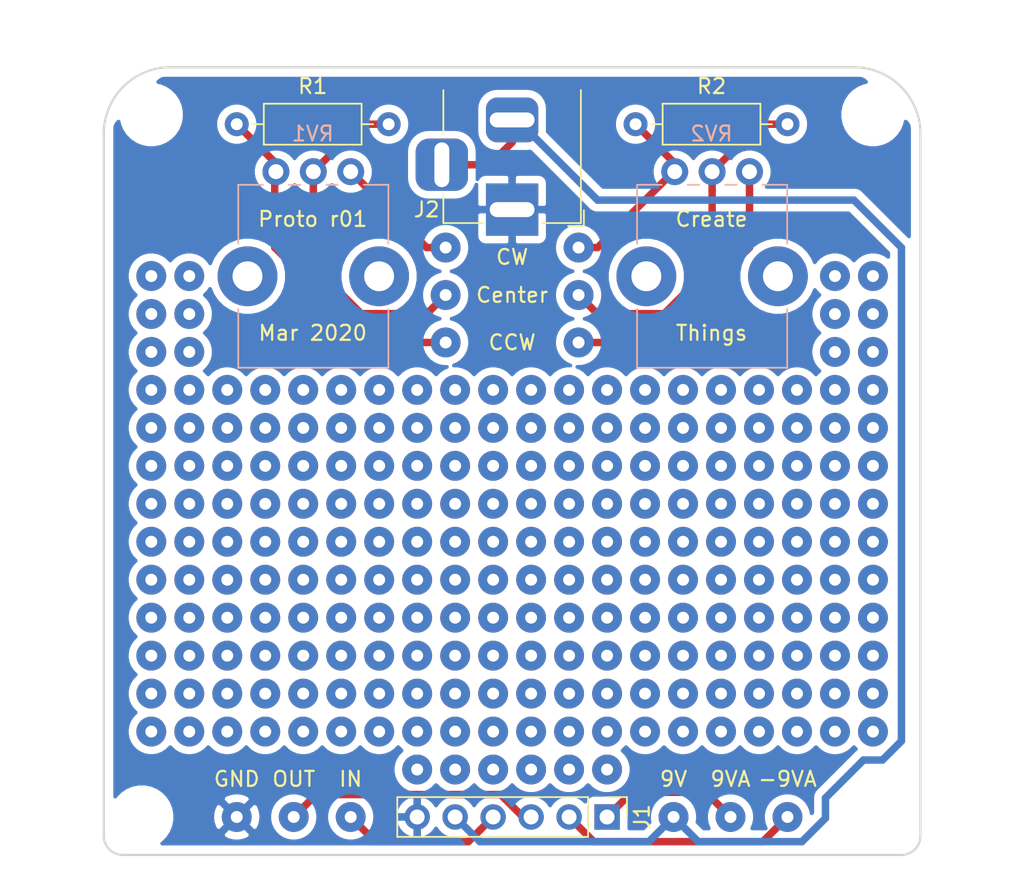
<source format=kicad_pcb>
(kicad_pcb (version 20171130) (host pcbnew 5.1.5)
  (title_block (title "Pedal Protoboard") (date 2020-03-11) (rev r01) (company "Nuclear Lighthouse Studios") (comment 1 "CC BY-SA"))
  (layers (0 F.Cu signal) (31 B.Cu signal) (36 B.SilkS user) (37 F.SilkS user) (38 B.Mask user) (39 F.Mask user) (44 Edge.Cuts user))
  (net 0 "")
  (net 1 GND)
  (net 2 +9V)
  (net 3 Input)
  (net 4 Output)
  (net 5 +9VA)
  (net 6 "Net-(RV1-Pad1)")
  (net 7 "Net-(RV2-Pad1)")
  (net 8 -9VA)
  (net 9 "Net-(R1-Pad2)")
  (net 10 "Net-(R1-Pad1)")
  (net 11 "Net-(R2-Pad2)")
  (net 12 "Net-(R2-Pad1)")
  (module Resistor_THT:R_Axial_DIN0207_L6.3mm_D2.5mm_P10.16mm_Horizontal (layer F.Cu) (at 133.985 57.15 180)
    (fp_text reference R2 (at 5.08 2.54) (layer F.SilkS))
    (fp_text value 39k)
    (pad 2 thru_hole oval (at 10.16 0 180) (size 1.6 1.6) (drill 0.8) (layers *.Cu *.Mask) (net 11 "Net-(R2-Pad2)"))
    (pad 1 thru_hole circle (at 0 0 180) (size 1.6 1.6) (drill 0.8) (layers *.Cu *.Mask) (net 12 "Net-(R2-Pad1)"))
  )
  (module Resistor_THT:R_Axial_DIN0207_L6.3mm_D2.5mm_P10.16mm_Horizontal (layer F.Cu) (at 107.315 57.15 180)
    (fp_text reference R1 (at 5.08 2.54) (layer F.SilkS))
    (fp_text value 39k)
    (pad 2 thru_hole oval (at 10.16 0 180) (size 1.6 1.6) (drill 0.8) (layers *.Cu *.Mask) (net 9 "Net-(R1-Pad2)"))
    (pad 1 thru_hole circle (at 0 0 180) (size 1.6 1.6) (drill 0.8) (layers *.Cu *.Mask) (net 10 "Net-(R1-Pad1)"))
  )
  (module Connector_Wire:SolderWirePad_1x01_Drill0.8mm (layer F.Cu) (at 91.44 69.85)
    (fp_text reference REF** hide)
    (fp_text value SolderWirePad_1x01_Drill0.8mm hide)
    (pad 1 thru_hole circle (at 0 0) (size 1.99898 1.99898) (drill 0.8001) (layers *.Cu *.Mask))
  )
  (module Connector_Wire:SolderWirePad_1x01_Drill0.8mm (layer F.Cu) (at 93.98 72.39)
    (fp_text reference REF** hide)
    (fp_text value SolderWirePad_1x01_Drill0.8mm hide)
    (pad 1 thru_hole circle (at 0 0) (size 1.99898 1.99898) (drill 0.8001) (layers *.Cu *.Mask))
  )
  (module Connector_Wire:SolderWirePad_1x01_Drill0.8mm (layer F.Cu) (at 93.98 69.85)
    (fp_text reference REF** hide)
    (fp_text value SolderWirePad_1x01_Drill0.8mm hide)
    (pad 1 thru_hole circle (at 0 0) (size 1.99898 1.99898) (drill 0.8001) (layers *.Cu *.Mask))
  )
  (module Connector_Wire:SolderWirePad_1x01_Drill0.8mm (layer F.Cu) (at 91.44 72.39)
    (fp_text reference REF** hide)
    (fp_text value SolderWirePad_1x01_Drill0.8mm hide)
    (pad 1 thru_hole circle (at 0 0) (size 1.99898 1.99898) (drill 0.8001) (layers *.Cu *.Mask))
  )
  (module Connector_Wire:SolderWirePad_1x01_Drill0.8mm (layer F.Cu) (at 91.44 67.31)
    (fp_text reference REF** hide)
    (fp_text value SolderWirePad_1x01_Drill0.8mm hide)
    (pad 1 thru_hole circle (at 0 0) (size 1.99898 1.99898) (drill 0.8001) (layers *.Cu *.Mask))
  )
  (module Connector_Wire:SolderWirePad_1x01_Drill0.8mm (layer F.Cu) (at 93.98 67.31)
    (fp_text reference REF** hide)
    (fp_text value SolderWirePad_1x01_Drill0.8mm hide)
    (pad 1 thru_hole circle (at 0 0) (size 1.99898 1.99898) (drill 0.8001) (layers *.Cu *.Mask))
  )
  (module Connector_Wire:SolderWirePad_1x01_Drill0.8mm (layer F.Cu) (at 139.7 72.39)
    (fp_text reference REF** hide)
    (fp_text value SolderWirePad_1x01_Drill0.8mm hide)
    (pad 1 thru_hole circle (at 0 0) (size 1.99898 1.99898) (drill 0.8001) (layers *.Cu *.Mask))
  )
  (module Connector_Wire:SolderWirePad_1x01_Drill0.8mm (layer F.Cu) (at 137.16 69.85)
    (fp_text reference REF** hide)
    (fp_text value SolderWirePad_1x01_Drill0.8mm hide)
    (pad 1 thru_hole circle (at 0 0) (size 1.99898 1.99898) (drill 0.8001) (layers *.Cu *.Mask))
  )
  (module Connector_Wire:SolderWirePad_1x01_Drill0.8mm (layer F.Cu) (at 139.7 67.31)
    (fp_text reference REF** hide)
    (fp_text value SolderWirePad_1x01_Drill0.8mm hide)
    (pad 1 thru_hole circle (at 0 0) (size 1.99898 1.99898) (drill 0.8001) (layers *.Cu *.Mask))
  )
  (module Connector_Wire:SolderWirePad_1x01_Drill0.8mm (layer F.Cu) (at 139.7 69.85)
    (fp_text reference REF** hide)
    (fp_text value SolderWirePad_1x01_Drill0.8mm hide)
    (pad 1 thru_hole circle (at 0 0) (size 1.99898 1.99898) (drill 0.8001) (layers *.Cu *.Mask))
  )
  (module Connector_Wire:SolderWirePad_1x01_Drill0.8mm (layer F.Cu) (at 137.16 72.39)
    (fp_text reference REF** hide)
    (fp_text value SolderWirePad_1x01_Drill0.8mm hide)
    (pad 1 thru_hole circle (at 0 0) (size 1.99898 1.99898) (drill 0.8001) (layers *.Cu *.Mask))
  )
  (module Connector_Wire:SolderWirePad_1x01_Drill0.8mm (layer F.Cu) (at 137.16 67.31)
    (fp_text reference REF** hide)
    (fp_text value SolderWirePad_1x01_Drill0.8mm hide)
    (pad 1 thru_hole circle (at 0 0) (size 1.99898 1.99898) (drill 0.8001) (layers *.Cu *.Mask))
  )
  (module Connector_Wire:SolderWirePad_1x01_Drill0.8mm (layer F.Cu) (at 111.125 71.755 90)
    (fp_text reference TP9 hide)
    (fp_text value TestPoint)
    (pad 1 thru_hole circle (at 0 0 90) (size 1.99898 1.99898) (drill 0.8001) (layers *.Cu *.Mask) (net 9 "Net-(R1-Pad2)"))
  )
  (module Connector_Wire:SolderWirePad_1x01_Drill0.8mm (layer F.Cu) (at 139.7 95.25)
    (fp_text reference REF** hide)
    (fp_text value SolderWirePad_1x01_Drill0.8mm hide)
    (pad 1 thru_hole circle (at 0 0) (size 1.99898 1.99898) (drill 0.8001) (layers *.Cu *.Mask))
  )
  (module Connector_Wire:SolderWirePad_1x01_Drill0.8mm (layer F.Cu) (at 129.54 95.25)
    (fp_text reference REF** hide)
    (fp_text value SolderWirePad_1x01_Drill0.8mm hide)
    (pad 1 thru_hole circle (at 0 0) (size 1.99898 1.99898) (drill 0.8001) (layers *.Cu *.Mask))
  )
  (module Connector_Wire:SolderWirePad_1x01_Drill0.8mm (layer F.Cu) (at 116.84 100.33)
    (fp_text reference REF** hide)
    (fp_text value SolderWirePad_1x01_Drill0.8mm hide)
    (pad 1 thru_hole circle (at 0 0) (size 1.99898 1.99898) (drill 0.8001) (layers *.Cu *.Mask))
  )
  (module Connector_Wire:SolderWirePad_1x01_Drill0.8mm (layer F.Cu) (at 101.6 97.79)
    (fp_text reference REF** hide)
    (fp_text value SolderWirePad_1x01_Drill0.8mm hide)
    (pad 1 thru_hole circle (at 0 0) (size 1.99898 1.99898) (drill 0.8001) (layers *.Cu *.Mask))
  )
  (module Connector_Wire:SolderWirePad_1x01_Drill0.8mm (layer F.Cu) (at 91.44 97.79)
    (fp_text reference REF** hide)
    (fp_text value SolderWirePad_1x01_Drill0.8mm hide)
    (pad 1 thru_hole circle (at 0 0) (size 1.99898 1.99898) (drill 0.8001) (layers *.Cu *.Mask))
  )
  (module Connector_Wire:SolderWirePad_1x01_Drill0.8mm (layer F.Cu) (at 119.38 100.33)
    (fp_text reference REF** hide)
    (fp_text value SolderWirePad_1x01_Drill0.8mm hide)
    (pad 1 thru_hole circle (at 0 0) (size 1.99898 1.99898) (drill 0.8001) (layers *.Cu *.Mask))
  )
  (module Connector_Wire:SolderWirePad_1x01_Drill0.8mm (layer F.Cu) (at 99.06 95.25)
    (fp_text reference REF** hide)
    (fp_text value SolderWirePad_1x01_Drill0.8mm hide)
    (pad 1 thru_hole circle (at 0 0) (size 1.99898 1.99898) (drill 0.8001) (layers *.Cu *.Mask))
  )
  (module Connector_Wire:SolderWirePad_1x01_Drill0.8mm (layer F.Cu) (at 116.84 97.79)
    (fp_text reference REF** hide)
    (fp_text value SolderWirePad_1x01_Drill0.8mm hide)
    (pad 1 thru_hole circle (at 0 0) (size 1.99898 1.99898) (drill 0.8001) (layers *.Cu *.Mask))
  )
  (module Connector_Wire:SolderWirePad_1x01_Drill0.8mm (layer F.Cu) (at 132.08 95.25)
    (fp_text reference REF** hide)
    (fp_text value SolderWirePad_1x01_Drill0.8mm hide)
    (pad 1 thru_hole circle (at 0 0) (size 1.99898 1.99898) (drill 0.8001) (layers *.Cu *.Mask))
  )
  (module Connector_Wire:SolderWirePad_1x01_Drill0.8mm (layer F.Cu) (at 119.38 97.79)
    (fp_text reference REF** hide)
    (fp_text value SolderWirePad_1x01_Drill0.8mm hide)
    (pad 1 thru_hole circle (at 0 0) (size 1.99898 1.99898) (drill 0.8001) (layers *.Cu *.Mask))
  )
  (module Connector_Wire:SolderWirePad_1x01_Drill0.8mm (layer F.Cu) (at 111.76 97.79)
    (fp_text reference REF** hide)
    (fp_text value SolderWirePad_1x01_Drill0.8mm hide)
    (pad 1 thru_hole circle (at 0 0) (size 1.99898 1.99898) (drill 0.8001) (layers *.Cu *.Mask))
  )
  (module Connector_Wire:SolderWirePad_1x01_Drill0.8mm (layer F.Cu) (at 127 97.79)
    (fp_text reference REF** hide)
    (fp_text value SolderWirePad_1x01_Drill0.8mm hide)
    (pad 1 thru_hole circle (at 0 0) (size 1.99898 1.99898) (drill 0.8001) (layers *.Cu *.Mask))
  )
  (module Connector_Wire:SolderWirePad_1x01_Drill0.8mm (layer F.Cu) (at 127 95.25)
    (fp_text reference REF** hide)
    (fp_text value SolderWirePad_1x01_Drill0.8mm hide)
    (pad 1 thru_hole circle (at 0 0) (size 1.99898 1.99898) (drill 0.8001) (layers *.Cu *.Mask))
  )
  (module Connector_Wire:SolderWirePad_1x01_Drill0.8mm (layer F.Cu) (at 129.54 97.79)
    (fp_text reference REF** hide)
    (fp_text value SolderWirePad_1x01_Drill0.8mm hide)
    (pad 1 thru_hole circle (at 0 0) (size 1.99898 1.99898) (drill 0.8001) (layers *.Cu *.Mask))
  )
  (module Connector_Wire:SolderWirePad_1x01_Drill0.8mm (layer F.Cu) (at 134.62 97.79)
    (fp_text reference REF** hide)
    (fp_text value SolderWirePad_1x01_Drill0.8mm hide)
    (pad 1 thru_hole circle (at 0 0) (size 1.99898 1.99898) (drill 0.8001) (layers *.Cu *.Mask))
  )
  (module Connector_Wire:SolderWirePad_1x01_Drill0.8mm (layer F.Cu) (at 104.14 97.79)
    (fp_text reference REF** hide)
    (fp_text value SolderWirePad_1x01_Drill0.8mm hide)
    (pad 1 thru_hole circle (at 0 0) (size 1.99898 1.99898) (drill 0.8001) (layers *.Cu *.Mask))
  )
  (module Connector_Wire:SolderWirePad_1x01_Drill0.8mm (layer F.Cu) (at 132.08 97.79)
    (fp_text reference REF** hide)
    (fp_text value SolderWirePad_1x01_Drill0.8mm hide)
    (pad 1 thru_hole circle (at 0 0) (size 1.99898 1.99898) (drill 0.8001) (layers *.Cu *.Mask))
  )
  (module Connector_Wire:SolderWirePad_1x01_Drill0.8mm (layer F.Cu) (at 91.44 95.25)
    (fp_text reference REF** hide)
    (fp_text value SolderWirePad_1x01_Drill0.8mm hide)
    (pad 1 thru_hole circle (at 0 0) (size 1.99898 1.99898) (drill 0.8001) (layers *.Cu *.Mask))
  )
  (module Connector_Wire:SolderWirePad_1x01_Drill0.8mm (layer F.Cu) (at 137.16 95.25)
    (fp_text reference REF** hide)
    (fp_text value SolderWirePad_1x01_Drill0.8mm hide)
    (pad 1 thru_hole circle (at 0 0) (size 1.99898 1.99898) (drill 0.8001) (layers *.Cu *.Mask))
  )
  (module Connector_Wire:SolderWirePad_1x01_Drill0.8mm (layer F.Cu) (at 139.7 97.79)
    (fp_text reference REF** hide)
    (fp_text value SolderWirePad_1x01_Drill0.8mm hide)
    (pad 1 thru_hole circle (at 0 0) (size 1.99898 1.99898) (drill 0.8001) (layers *.Cu *.Mask))
  )
  (module Connector_Wire:SolderWirePad_1x01_Drill0.8mm (layer F.Cu) (at 96.52 97.79)
    (fp_text reference REF** hide)
    (fp_text value SolderWirePad_1x01_Drill0.8mm hide)
    (pad 1 thru_hole circle (at 0 0) (size 1.99898 1.99898) (drill 0.8001) (layers *.Cu *.Mask))
  )
  (module Connector_Wire:SolderWirePad_1x01_Drill0.8mm (layer F.Cu) (at 121.92 95.25)
    (fp_text reference REF** hide)
    (fp_text value SolderWirePad_1x01_Drill0.8mm hide)
    (pad 1 thru_hole circle (at 0 0) (size 1.99898 1.99898) (drill 0.8001) (layers *.Cu *.Mask))
  )
  (module Connector_Wire:SolderWirePad_1x01_Drill0.8mm (layer F.Cu) (at 114.3 97.79)
    (fp_text reference REF** hide)
    (fp_text value SolderWirePad_1x01_Drill0.8mm hide)
    (pad 1 thru_hole circle (at 0 0) (size 1.99898 1.99898) (drill 0.8001) (layers *.Cu *.Mask))
  )
  (module Connector_Wire:SolderWirePad_1x01_Drill0.8mm (layer F.Cu) (at 93.98 97.79)
    (fp_text reference REF** hide)
    (fp_text value SolderWirePad_1x01_Drill0.8mm hide)
    (pad 1 thru_hole circle (at 0 0) (size 1.99898 1.99898) (drill 0.8001) (layers *.Cu *.Mask))
  )
  (module Connector_Wire:SolderWirePad_1x01_Drill0.8mm (layer F.Cu) (at 104.14 95.25)
    (fp_text reference REF** hide)
    (fp_text value SolderWirePad_1x01_Drill0.8mm hide)
    (pad 1 thru_hole circle (at 0 0) (size 1.99898 1.99898) (drill 0.8001) (layers *.Cu *.Mask))
  )
  (module Connector_Wire:SolderWirePad_1x01_Drill0.8mm (layer F.Cu) (at 137.16 97.79)
    (fp_text reference REF** hide)
    (fp_text value SolderWirePad_1x01_Drill0.8mm hide)
    (pad 1 thru_hole circle (at 0 0) (size 1.99898 1.99898) (drill 0.8001) (layers *.Cu *.Mask))
  )
  (module Connector_Wire:SolderWirePad_1x01_Drill0.8mm (layer F.Cu) (at 109.22 95.25)
    (fp_text reference REF** hide)
    (fp_text value SolderWirePad_1x01_Drill0.8mm hide)
    (pad 1 thru_hole circle (at 0 0) (size 1.99898 1.99898) (drill 0.8001) (layers *.Cu *.Mask))
  )
  (module Connector_Wire:SolderWirePad_1x01_Drill0.8mm (layer F.Cu) (at 93.98 95.25)
    (fp_text reference REF** hide)
    (fp_text value SolderWirePad_1x01_Drill0.8mm hide)
    (pad 1 thru_hole circle (at 0 0) (size 1.99898 1.99898) (drill 0.8001) (layers *.Cu *.Mask))
  )
  (module Connector_Wire:SolderWirePad_1x01_Drill0.8mm (layer F.Cu) (at 124.46 97.79)
    (fp_text reference REF** hide)
    (fp_text value SolderWirePad_1x01_Drill0.8mm hide)
    (pad 1 thru_hole circle (at 0 0) (size 1.99898 1.99898) (drill 0.8001) (layers *.Cu *.Mask))
  )
  (module Connector_Wire:SolderWirePad_1x01_Drill0.8mm (layer F.Cu) (at 106.68 95.25)
    (fp_text reference REF** hide)
    (fp_text value SolderWirePad_1x01_Drill0.8mm hide)
    (pad 1 thru_hole circle (at 0 0) (size 1.99898 1.99898) (drill 0.8001) (layers *.Cu *.Mask))
  )
  (module Connector_Wire:SolderWirePad_1x01_Drill0.8mm (layer F.Cu) (at 114.3 100.33)
    (fp_text reference REF** hide)
    (fp_text value SolderWirePad_1x01_Drill0.8mm hide)
    (pad 1 thru_hole circle (at 0 0) (size 1.99898 1.99898) (drill 0.8001) (layers *.Cu *.Mask))
  )
  (module Connector_Wire:SolderWirePad_1x01_Drill0.8mm (layer F.Cu) (at 121.92 97.79)
    (fp_text reference REF** hide)
    (fp_text value SolderWirePad_1x01_Drill0.8mm hide)
    (pad 1 thru_hole circle (at 0 0) (size 1.99898 1.99898) (drill 0.8001) (layers *.Cu *.Mask))
  )
  (module Connector_Wire:SolderWirePad_1x01_Drill0.8mm (layer F.Cu) (at 109.22 100.33)
    (fp_text reference REF** hide)
    (fp_text value SolderWirePad_1x01_Drill0.8mm hide)
    (pad 1 thru_hole circle (at 0 0) (size 1.99898 1.99898) (drill 0.8001) (layers *.Cu *.Mask))
  )
  (module Connector_Wire:SolderWirePad_1x01_Drill0.8mm (layer F.Cu) (at 111.76 95.25)
    (fp_text reference REF** hide)
    (fp_text value SolderWirePad_1x01_Drill0.8mm hide)
    (pad 1 thru_hole circle (at 0 0) (size 1.99898 1.99898) (drill 0.8001) (layers *.Cu *.Mask))
  )
  (module Connector_Wire:SolderWirePad_1x01_Drill0.8mm (layer F.Cu) (at 116.84 95.25)
    (fp_text reference REF** hide)
    (fp_text value SolderWirePad_1x01_Drill0.8mm hide)
    (pad 1 thru_hole circle (at 0 0) (size 1.99898 1.99898) (drill 0.8001) (layers *.Cu *.Mask))
  )
  (module Connector_Wire:SolderWirePad_1x01_Drill0.8mm (layer F.Cu) (at 119.38 95.25)
    (fp_text reference REF** hide)
    (fp_text value SolderWirePad_1x01_Drill0.8mm hide)
    (pad 1 thru_hole circle (at 0 0) (size 1.99898 1.99898) (drill 0.8001) (layers *.Cu *.Mask))
  )
  (module Connector_Wire:SolderWirePad_1x01_Drill0.8mm (layer F.Cu) (at 121.92 100.33)
    (fp_text reference REF** hide)
    (fp_text value SolderWirePad_1x01_Drill0.8mm hide)
    (pad 1 thru_hole circle (at 0 0) (size 1.99898 1.99898) (drill 0.8001) (layers *.Cu *.Mask))
  )
  (module Connector_Wire:SolderWirePad_1x01_Drill0.8mm (layer F.Cu) (at 111.76 100.33)
    (fp_text reference REF** hide)
    (fp_text value SolderWirePad_1x01_Drill0.8mm hide)
    (pad 1 thru_hole circle (at 0 0) (size 1.99898 1.99898) (drill 0.8001) (layers *.Cu *.Mask))
  )
  (module Connector_Wire:SolderWirePad_1x01_Drill0.8mm (layer F.Cu) (at 99.06 97.79)
    (fp_text reference REF** hide)
    (fp_text value SolderWirePad_1x01_Drill0.8mm hide)
    (pad 1 thru_hole circle (at 0 0) (size 1.99898 1.99898) (drill 0.8001) (layers *.Cu *.Mask))
  )
  (module Connector_Wire:SolderWirePad_1x01_Drill0.8mm (layer F.Cu) (at 114.3 95.25)
    (fp_text reference REF** hide)
    (fp_text value SolderWirePad_1x01_Drill0.8mm hide)
    (pad 1 thru_hole circle (at 0 0) (size 1.99898 1.99898) (drill 0.8001) (layers *.Cu *.Mask))
  )
  (module Connector_Wire:SolderWirePad_1x01_Drill0.8mm (layer F.Cu) (at 134.62 95.25)
    (fp_text reference REF** hide)
    (fp_text value SolderWirePad_1x01_Drill0.8mm hide)
    (pad 1 thru_hole circle (at 0 0) (size 1.99898 1.99898) (drill 0.8001) (layers *.Cu *.Mask))
  )
  (module Connector_Wire:SolderWirePad_1x01_Drill0.8mm (layer F.Cu) (at 106.68 97.79)
    (fp_text reference REF** hide)
    (fp_text value SolderWirePad_1x01_Drill0.8mm hide)
    (pad 1 thru_hole circle (at 0 0) (size 1.99898 1.99898) (drill 0.8001) (layers *.Cu *.Mask))
  )
  (module Connector_Wire:SolderWirePad_1x01_Drill0.8mm (layer F.Cu) (at 109.22 97.79)
    (fp_text reference REF** hide)
    (fp_text value SolderWirePad_1x01_Drill0.8mm hide)
    (pad 1 thru_hole circle (at 0 0) (size 1.99898 1.99898) (drill 0.8001) (layers *.Cu *.Mask))
  )
  (module Connector_Wire:SolderWirePad_1x01_Drill0.8mm (layer F.Cu) (at 101.6 95.25)
    (fp_text reference REF** hide)
    (fp_text value SolderWirePad_1x01_Drill0.8mm hide)
    (pad 1 thru_hole circle (at 0 0) (size 1.99898 1.99898) (drill 0.8001) (layers *.Cu *.Mask))
  )
  (module Connector_Wire:SolderWirePad_1x01_Drill0.8mm (layer F.Cu) (at 124.46 95.25)
    (fp_text reference REF** hide)
    (fp_text value SolderWirePad_1x01_Drill0.8mm hide)
    (pad 1 thru_hole circle (at 0 0) (size 1.99898 1.99898) (drill 0.8001) (layers *.Cu *.Mask))
  )
  (module Connector_Wire:SolderWirePad_1x01_Drill0.8mm (layer F.Cu) (at 96.52 95.25)
    (fp_text reference REF** hide)
    (fp_text value SolderWirePad_1x01_Drill0.8mm hide)
    (pad 1 thru_hole circle (at 0 0) (size 1.99898 1.99898) (drill 0.8001) (layers *.Cu *.Mask))
  )
  (module Connector_Wire:SolderWirePad_1x01_Drill0.8mm (layer F.Cu) (at 91.44 85.09)
    (fp_text reference REF** hide)
    (fp_text value SolderWirePad_1x01_Drill0.8mm hide)
    (pad 1 thru_hole circle (at 0 0) (size 1.99898 1.99898) (drill 0.8001) (layers *.Cu *.Mask))
  )
  (module Connector_Wire:SolderWirePad_1x01_Drill0.8mm (layer F.Cu) (at 132.08 87.63)
    (fp_text reference REF** hide)
    (fp_text value SolderWirePad_1x01_Drill0.8mm hide)
    (pad 1 thru_hole circle (at 0 0) (size 1.99898 1.99898) (drill 0.8001) (layers *.Cu *.Mask))
  )
  (module Connector_Wire:SolderWirePad_1x01_Drill0.8mm (layer F.Cu) (at 116.84 90.17)
    (fp_text reference REF** hide)
    (fp_text value SolderWirePad_1x01_Drill0.8mm hide)
    (pad 1 thru_hole circle (at 0 0) (size 1.99898 1.99898) (drill 0.8001) (layers *.Cu *.Mask))
  )
  (module Connector_Wire:SolderWirePad_1x01_Drill0.8mm (layer F.Cu) (at 132.08 92.71)
    (fp_text reference REF** hide)
    (fp_text value SolderWirePad_1x01_Drill0.8mm hide)
    (pad 1 thru_hole circle (at 0 0) (size 1.99898 1.99898) (drill 0.8001) (layers *.Cu *.Mask))
  )
  (module Connector_Wire:SolderWirePad_1x01_Drill0.8mm (layer F.Cu) (at 127 92.71)
    (fp_text reference REF** hide)
    (fp_text value SolderWirePad_1x01_Drill0.8mm hide)
    (pad 1 thru_hole circle (at 0 0) (size 1.99898 1.99898) (drill 0.8001) (layers *.Cu *.Mask))
  )
  (module Connector_Wire:SolderWirePad_1x01_Drill0.8mm (layer F.Cu) (at 96.52 92.71)
    (fp_text reference REF** hide)
    (fp_text value SolderWirePad_1x01_Drill0.8mm hide)
    (pad 1 thru_hole circle (at 0 0) (size 1.99898 1.99898) (drill 0.8001) (layers *.Cu *.Mask))
  )
  (module Connector_Wire:SolderWirePad_1x01_Drill0.8mm (layer F.Cu) (at 99.06 90.17)
    (fp_text reference REF** hide)
    (fp_text value SolderWirePad_1x01_Drill0.8mm hide)
    (pad 1 thru_hole circle (at 0 0) (size 1.99898 1.99898) (drill 0.8001) (layers *.Cu *.Mask))
  )
  (module Connector_Wire:SolderWirePad_1x01_Drill0.8mm (layer F.Cu) (at 129.54 92.71)
    (fp_text reference REF** hide)
    (fp_text value SolderWirePad_1x01_Drill0.8mm hide)
    (pad 1 thru_hole circle (at 0 0) (size 1.99898 1.99898) (drill 0.8001) (layers *.Cu *.Mask))
  )
  (module Connector_Wire:SolderWirePad_1x01_Drill0.8mm (layer F.Cu) (at 116.84 85.09)
    (fp_text reference REF** hide)
    (fp_text value SolderWirePad_1x01_Drill0.8mm hide)
    (pad 1 thru_hole circle (at 0 0) (size 1.99898 1.99898) (drill 0.8001) (layers *.Cu *.Mask))
  )
  (module Connector_Wire:SolderWirePad_1x01_Drill0.8mm (layer F.Cu) (at 121.92 87.63)
    (fp_text reference REF** hide)
    (fp_text value SolderWirePad_1x01_Drill0.8mm hide)
    (pad 1 thru_hole circle (at 0 0) (size 1.99898 1.99898) (drill 0.8001) (layers *.Cu *.Mask))
  )
  (module Connector_Wire:SolderWirePad_1x01_Drill0.8mm (layer F.Cu) (at 96.52 90.17)
    (fp_text reference REF** hide)
    (fp_text value SolderWirePad_1x01_Drill0.8mm hide)
    (pad 1 thru_hole circle (at 0 0) (size 1.99898 1.99898) (drill 0.8001) (layers *.Cu *.Mask))
  )
  (module Connector_Wire:SolderWirePad_1x01_Drill0.8mm (layer F.Cu) (at 139.7 90.17)
    (fp_text reference REF** hide)
    (fp_text value SolderWirePad_1x01_Drill0.8mm hide)
    (pad 1 thru_hole circle (at 0 0) (size 1.99898 1.99898) (drill 0.8001) (layers *.Cu *.Mask))
  )
  (module Connector_Wire:SolderWirePad_1x01_Drill0.8mm (layer F.Cu) (at 119.38 85.09)
    (fp_text reference REF** hide)
    (fp_text value SolderWirePad_1x01_Drill0.8mm hide)
    (pad 1 thru_hole circle (at 0 0) (size 1.99898 1.99898) (drill 0.8001) (layers *.Cu *.Mask))
  )
  (module Connector_Wire:SolderWirePad_1x01_Drill0.8mm (layer F.Cu) (at 137.16 87.63)
    (fp_text reference REF** hide)
    (fp_text value SolderWirePad_1x01_Drill0.8mm hide)
    (pad 1 thru_hole circle (at 0 0) (size 1.99898 1.99898) (drill 0.8001) (layers *.Cu *.Mask))
  )
  (module Connector_Wire:SolderWirePad_1x01_Drill0.8mm (layer F.Cu) (at 101.6 90.17)
    (fp_text reference REF** hide)
    (fp_text value SolderWirePad_1x01_Drill0.8mm hide)
    (pad 1 thru_hole circle (at 0 0) (size 1.99898 1.99898) (drill 0.8001) (layers *.Cu *.Mask))
  )
  (module Connector_Wire:SolderWirePad_1x01_Drill0.8mm (layer F.Cu) (at 93.98 90.17)
    (fp_text reference REF** hide)
    (fp_text value SolderWirePad_1x01_Drill0.8mm hide)
    (pad 1 thru_hole circle (at 0 0) (size 1.99898 1.99898) (drill 0.8001) (layers *.Cu *.Mask))
  )
  (module Connector_Wire:SolderWirePad_1x01_Drill0.8mm (layer F.Cu) (at 124.46 92.71)
    (fp_text reference REF** hide)
    (fp_text value SolderWirePad_1x01_Drill0.8mm hide)
    (pad 1 thru_hole circle (at 0 0) (size 1.99898 1.99898) (drill 0.8001) (layers *.Cu *.Mask))
  )
  (module Connector_Wire:SolderWirePad_1x01_Drill0.8mm (layer F.Cu) (at 129.54 90.17)
    (fp_text reference REF** hide)
    (fp_text value SolderWirePad_1x01_Drill0.8mm hide)
    (pad 1 thru_hole circle (at 0 0) (size 1.99898 1.99898) (drill 0.8001) (layers *.Cu *.Mask))
  )
  (module Connector_Wire:SolderWirePad_1x01_Drill0.8mm (layer F.Cu) (at 114.3 90.17)
    (fp_text reference REF** hide)
    (fp_text value SolderWirePad_1x01_Drill0.8mm hide)
    (pad 1 thru_hole circle (at 0 0) (size 1.99898 1.99898) (drill 0.8001) (layers *.Cu *.Mask))
  )
  (module Connector_Wire:SolderWirePad_1x01_Drill0.8mm (layer F.Cu) (at 104.14 90.17)
    (fp_text reference REF** hide)
    (fp_text value SolderWirePad_1x01_Drill0.8mm hide)
    (pad 1 thru_hole circle (at 0 0) (size 1.99898 1.99898) (drill 0.8001) (layers *.Cu *.Mask))
  )
  (module Connector_Wire:SolderWirePad_1x01_Drill0.8mm (layer F.Cu) (at 111.76 85.09)
    (fp_text reference REF** hide)
    (fp_text value SolderWirePad_1x01_Drill0.8mm hide)
    (pad 1 thru_hole circle (at 0 0) (size 1.99898 1.99898) (drill 0.8001) (layers *.Cu *.Mask))
  )
  (module Connector_Wire:SolderWirePad_1x01_Drill0.8mm (layer F.Cu) (at 109.22 90.17)
    (fp_text reference REF** hide)
    (fp_text value SolderWirePad_1x01_Drill0.8mm hide)
    (pad 1 thru_hole circle (at 0 0) (size 1.99898 1.99898) (drill 0.8001) (layers *.Cu *.Mask))
  )
  (module Connector_Wire:SolderWirePad_1x01_Drill0.8mm (layer F.Cu) (at 101.6 87.63)
    (fp_text reference REF** hide)
    (fp_text value SolderWirePad_1x01_Drill0.8mm hide)
    (pad 1 thru_hole circle (at 0 0) (size 1.99898 1.99898) (drill 0.8001) (layers *.Cu *.Mask))
  )
  (module Connector_Wire:SolderWirePad_1x01_Drill0.8mm (layer F.Cu) (at 119.38 92.71)
    (fp_text reference REF** hide)
    (fp_text value SolderWirePad_1x01_Drill0.8mm hide)
    (pad 1 thru_hole circle (at 0 0) (size 1.99898 1.99898) (drill 0.8001) (layers *.Cu *.Mask))
  )
  (module Connector_Wire:SolderWirePad_1x01_Drill0.8mm (layer F.Cu) (at 139.7 92.71)
    (fp_text reference REF** hide)
    (fp_text value SolderWirePad_1x01_Drill0.8mm hide)
    (pad 1 thru_hole circle (at 0 0) (size 1.99898 1.99898) (drill 0.8001) (layers *.Cu *.Mask))
  )
  (module Connector_Wire:SolderWirePad_1x01_Drill0.8mm (layer F.Cu) (at 134.62 87.63)
    (fp_text reference REF** hide)
    (fp_text value SolderWirePad_1x01_Drill0.8mm hide)
    (pad 1 thru_hole circle (at 0 0) (size 1.99898 1.99898) (drill 0.8001) (layers *.Cu *.Mask))
  )
  (module Connector_Wire:SolderWirePad_1x01_Drill0.8mm (layer F.Cu) (at 91.44 87.63)
    (fp_text reference REF** hide)
    (fp_text value SolderWirePad_1x01_Drill0.8mm hide)
    (pad 1 thru_hole circle (at 0 0) (size 1.99898 1.99898) (drill 0.8001) (layers *.Cu *.Mask))
  )
  (module Connector_Wire:SolderWirePad_1x01_Drill0.8mm (layer F.Cu) (at 109.22 85.09)
    (fp_text reference REF** hide)
    (fp_text value SolderWirePad_1x01_Drill0.8mm hide)
    (pad 1 thru_hole circle (at 0 0) (size 1.99898 1.99898) (drill 0.8001) (layers *.Cu *.Mask))
  )
  (module Connector_Wire:SolderWirePad_1x01_Drill0.8mm (layer F.Cu) (at 109.22 92.71)
    (fp_text reference REF** hide)
    (fp_text value SolderWirePad_1x01_Drill0.8mm hide)
    (pad 1 thru_hole circle (at 0 0) (size 1.99898 1.99898) (drill 0.8001) (layers *.Cu *.Mask))
  )
  (module Connector_Wire:SolderWirePad_1x01_Drill0.8mm (layer F.Cu) (at 121.92 90.17)
    (fp_text reference REF** hide)
    (fp_text value SolderWirePad_1x01_Drill0.8mm hide)
    (pad 1 thru_hole circle (at 0 0) (size 1.99898 1.99898) (drill 0.8001) (layers *.Cu *.Mask))
  )
  (module Connector_Wire:SolderWirePad_1x01_Drill0.8mm (layer F.Cu) (at 139.7 85.09)
    (fp_text reference REF** hide)
    (fp_text value SolderWirePad_1x01_Drill0.8mm hide)
    (pad 1 thru_hole circle (at 0 0) (size 1.99898 1.99898) (drill 0.8001) (layers *.Cu *.Mask))
  )
  (module Connector_Wire:SolderWirePad_1x01_Drill0.8mm (layer F.Cu) (at 121.92 85.09)
    (fp_text reference REF** hide)
    (fp_text value SolderWirePad_1x01_Drill0.8mm hide)
    (pad 1 thru_hole circle (at 0 0) (size 1.99898 1.99898) (drill 0.8001) (layers *.Cu *.Mask))
  )
  (module Connector_Wire:SolderWirePad_1x01_Drill0.8mm (layer F.Cu) (at 114.3 92.71)
    (fp_text reference REF** hide)
    (fp_text value SolderWirePad_1x01_Drill0.8mm hide)
    (pad 1 thru_hole circle (at 0 0) (size 1.99898 1.99898) (drill 0.8001) (layers *.Cu *.Mask))
  )
  (module Connector_Wire:SolderWirePad_1x01_Drill0.8mm (layer F.Cu) (at 93.98 92.71)
    (fp_text reference REF** hide)
    (fp_text value SolderWirePad_1x01_Drill0.8mm hide)
    (pad 1 thru_hole circle (at 0 0) (size 1.99898 1.99898) (drill 0.8001) (layers *.Cu *.Mask))
  )
  (module Connector_Wire:SolderWirePad_1x01_Drill0.8mm (layer F.Cu) (at 106.68 87.63)
    (fp_text reference REF** hide)
    (fp_text value SolderWirePad_1x01_Drill0.8mm hide)
    (pad 1 thru_hole circle (at 0 0) (size 1.99898 1.99898) (drill 0.8001) (layers *.Cu *.Mask))
  )
  (module Connector_Wire:SolderWirePad_1x01_Drill0.8mm (layer F.Cu) (at 124.46 90.17)
    (fp_text reference REF** hide)
    (fp_text value SolderWirePad_1x01_Drill0.8mm hide)
    (pad 1 thru_hole circle (at 0 0) (size 1.99898 1.99898) (drill 0.8001) (layers *.Cu *.Mask))
  )
  (module Connector_Wire:SolderWirePad_1x01_Drill0.8mm (layer F.Cu) (at 101.6 85.09)
    (fp_text reference REF** hide)
    (fp_text value SolderWirePad_1x01_Drill0.8mm hide)
    (pad 1 thru_hole circle (at 0 0) (size 1.99898 1.99898) (drill 0.8001) (layers *.Cu *.Mask))
  )
  (module Connector_Wire:SolderWirePad_1x01_Drill0.8mm (layer F.Cu) (at 93.98 87.63)
    (fp_text reference REF** hide)
    (fp_text value SolderWirePad_1x01_Drill0.8mm hide)
    (pad 1 thru_hole circle (at 0 0) (size 1.99898 1.99898) (drill 0.8001) (layers *.Cu *.Mask))
  )
  (module Connector_Wire:SolderWirePad_1x01_Drill0.8mm (layer F.Cu) (at 91.44 92.71)
    (fp_text reference REF** hide)
    (fp_text value SolderWirePad_1x01_Drill0.8mm hide)
    (pad 1 thru_hole circle (at 0 0) (size 1.99898 1.99898) (drill 0.8001) (layers *.Cu *.Mask))
  )
  (module Connector_Wire:SolderWirePad_1x01_Drill0.8mm (layer F.Cu) (at 99.06 92.71)
    (fp_text reference REF** hide)
    (fp_text value SolderWirePad_1x01_Drill0.8mm hide)
    (pad 1 thru_hole circle (at 0 0) (size 1.99898 1.99898) (drill 0.8001) (layers *.Cu *.Mask))
  )
  (module Connector_Wire:SolderWirePad_1x01_Drill0.8mm (layer F.Cu) (at 139.7 87.63)
    (fp_text reference REF** hide)
    (fp_text value SolderWirePad_1x01_Drill0.8mm hide)
    (pad 1 thru_hole circle (at 0 0) (size 1.99898 1.99898) (drill 0.8001) (layers *.Cu *.Mask))
  )
  (module Connector_Wire:SolderWirePad_1x01_Drill0.8mm (layer F.Cu) (at 109.22 87.63)
    (fp_text reference REF** hide)
    (fp_text value SolderWirePad_1x01_Drill0.8mm hide)
    (pad 1 thru_hole circle (at 0 0) (size 1.99898 1.99898) (drill 0.8001) (layers *.Cu *.Mask))
  )
  (module Connector_Wire:SolderWirePad_1x01_Drill0.8mm (layer F.Cu) (at 137.16 90.17)
    (fp_text reference REF** hide)
    (fp_text value SolderWirePad_1x01_Drill0.8mm hide)
    (pad 1 thru_hole circle (at 0 0) (size 1.99898 1.99898) (drill 0.8001) (layers *.Cu *.Mask))
  )
  (module Connector_Wire:SolderWirePad_1x01_Drill0.8mm (layer F.Cu) (at 104.14 87.63)
    (fp_text reference REF** hide)
    (fp_text value SolderWirePad_1x01_Drill0.8mm hide)
    (pad 1 thru_hole circle (at 0 0) (size 1.99898 1.99898) (drill 0.8001) (layers *.Cu *.Mask))
  )
  (module Connector_Wire:SolderWirePad_1x01_Drill0.8mm (layer F.Cu) (at 137.16 92.71)
    (fp_text reference REF** hide)
    (fp_text value SolderWirePad_1x01_Drill0.8mm hide)
    (pad 1 thru_hole circle (at 0 0) (size 1.99898 1.99898) (drill 0.8001) (layers *.Cu *.Mask))
  )
  (module Connector_Wire:SolderWirePad_1x01_Drill0.8mm (layer F.Cu) (at 99.06 87.63)
    (fp_text reference REF** hide)
    (fp_text value SolderWirePad_1x01_Drill0.8mm hide)
    (pad 1 thru_hole circle (at 0 0) (size 1.99898 1.99898) (drill 0.8001) (layers *.Cu *.Mask))
  )
  (module Connector_Wire:SolderWirePad_1x01_Drill0.8mm (layer F.Cu) (at 137.16 85.09)
    (fp_text reference REF** hide)
    (fp_text value SolderWirePad_1x01_Drill0.8mm hide)
    (pad 1 thru_hole circle (at 0 0) (size 1.99898 1.99898) (drill 0.8001) (layers *.Cu *.Mask))
  )
  (module Connector_Wire:SolderWirePad_1x01_Drill0.8mm (layer F.Cu) (at 114.3 87.63)
    (fp_text reference REF** hide)
    (fp_text value SolderWirePad_1x01_Drill0.8mm hide)
    (pad 1 thru_hole circle (at 0 0) (size 1.99898 1.99898) (drill 0.8001) (layers *.Cu *.Mask))
  )
  (module Connector_Wire:SolderWirePad_1x01_Drill0.8mm (layer F.Cu) (at 129.54 87.63)
    (fp_text reference REF** hide)
    (fp_text value SolderWirePad_1x01_Drill0.8mm hide)
    (pad 1 thru_hole circle (at 0 0) (size 1.99898 1.99898) (drill 0.8001) (layers *.Cu *.Mask))
  )
  (module Connector_Wire:SolderWirePad_1x01_Drill0.8mm (layer F.Cu) (at 99.06 85.09)
    (fp_text reference REF** hide)
    (fp_text value SolderWirePad_1x01_Drill0.8mm hide)
    (pad 1 thru_hole circle (at 0 0) (size 1.99898 1.99898) (drill 0.8001) (layers *.Cu *.Mask))
  )
  (module Connector_Wire:SolderWirePad_1x01_Drill0.8mm (layer F.Cu) (at 104.14 92.71)
    (fp_text reference REF** hide)
    (fp_text value SolderWirePad_1x01_Drill0.8mm hide)
    (pad 1 thru_hole circle (at 0 0) (size 1.99898 1.99898) (drill 0.8001) (layers *.Cu *.Mask))
  )
  (module Connector_Wire:SolderWirePad_1x01_Drill0.8mm (layer F.Cu) (at 96.52 87.63)
    (fp_text reference REF** hide)
    (fp_text value SolderWirePad_1x01_Drill0.8mm hide)
    (pad 1 thru_hole circle (at 0 0) (size 1.99898 1.99898) (drill 0.8001) (layers *.Cu *.Mask))
  )
  (module Connector_Wire:SolderWirePad_1x01_Drill0.8mm (layer F.Cu) (at 127 87.63)
    (fp_text reference REF** hide)
    (fp_text value SolderWirePad_1x01_Drill0.8mm hide)
    (pad 1 thru_hole circle (at 0 0) (size 1.99898 1.99898) (drill 0.8001) (layers *.Cu *.Mask))
  )
  (module Connector_Wire:SolderWirePad_1x01_Drill0.8mm (layer F.Cu) (at 96.52 85.09)
    (fp_text reference REF** hide)
    (fp_text value SolderWirePad_1x01_Drill0.8mm hide)
    (pad 1 thru_hole circle (at 0 0) (size 1.99898 1.99898) (drill 0.8001) (layers *.Cu *.Mask))
  )
  (module Connector_Wire:SolderWirePad_1x01_Drill0.8mm (layer F.Cu) (at 104.14 85.09)
    (fp_text reference REF** hide)
    (fp_text value SolderWirePad_1x01_Drill0.8mm hide)
    (pad 1 thru_hole circle (at 0 0) (size 1.99898 1.99898) (drill 0.8001) (layers *.Cu *.Mask))
  )
  (module Connector_Wire:SolderWirePad_1x01_Drill0.8mm (layer F.Cu) (at 134.62 90.17)
    (fp_text reference REF** hide)
    (fp_text value SolderWirePad_1x01_Drill0.8mm hide)
    (pad 1 thru_hole circle (at 0 0) (size 1.99898 1.99898) (drill 0.8001) (layers *.Cu *.Mask))
  )
  (module Connector_Wire:SolderWirePad_1x01_Drill0.8mm (layer F.Cu) (at 127 85.09)
    (fp_text reference REF** hide)
    (fp_text value SolderWirePad_1x01_Drill0.8mm hide)
    (pad 1 thru_hole circle (at 0 0) (size 1.99898 1.99898) (drill 0.8001) (layers *.Cu *.Mask))
  )
  (module Connector_Wire:SolderWirePad_1x01_Drill0.8mm (layer F.Cu) (at 114.3 85.09)
    (fp_text reference REF** hide)
    (fp_text value SolderWirePad_1x01_Drill0.8mm hide)
    (pad 1 thru_hole circle (at 0 0) (size 1.99898 1.99898) (drill 0.8001) (layers *.Cu *.Mask))
  )
  (module Connector_Wire:SolderWirePad_1x01_Drill0.8mm (layer F.Cu) (at 129.54 85.09)
    (fp_text reference REF** hide)
    (fp_text value SolderWirePad_1x01_Drill0.8mm hide)
    (pad 1 thru_hole circle (at 0 0) (size 1.99898 1.99898) (drill 0.8001) (layers *.Cu *.Mask))
  )
  (module Connector_Wire:SolderWirePad_1x01_Drill0.8mm (layer F.Cu) (at 124.46 87.63)
    (fp_text reference REF** hide)
    (fp_text value SolderWirePad_1x01_Drill0.8mm hide)
    (pad 1 thru_hole circle (at 0 0) (size 1.99898 1.99898) (drill 0.8001) (layers *.Cu *.Mask))
  )
  (module Connector_Wire:SolderWirePad_1x01_Drill0.8mm (layer F.Cu) (at 93.98 85.09)
    (fp_text reference REF** hide)
    (fp_text value SolderWirePad_1x01_Drill0.8mm hide)
    (pad 1 thru_hole circle (at 0 0) (size 1.99898 1.99898) (drill 0.8001) (layers *.Cu *.Mask))
  )
  (module Connector_Wire:SolderWirePad_1x01_Drill0.8mm (layer F.Cu) (at 132.08 90.17)
    (fp_text reference REF** hide)
    (fp_text value SolderWirePad_1x01_Drill0.8mm hide)
    (pad 1 thru_hole circle (at 0 0) (size 1.99898 1.99898) (drill 0.8001) (layers *.Cu *.Mask))
  )
  (module Connector_Wire:SolderWirePad_1x01_Drill0.8mm (layer F.Cu) (at 111.76 87.63)
    (fp_text reference REF** hide)
    (fp_text value SolderWirePad_1x01_Drill0.8mm hide)
    (pad 1 thru_hole circle (at 0 0) (size 1.99898 1.99898) (drill 0.8001) (layers *.Cu *.Mask))
  )
  (module Connector_Wire:SolderWirePad_1x01_Drill0.8mm (layer F.Cu) (at 132.08 85.09)
    (fp_text reference REF** hide)
    (fp_text value SolderWirePad_1x01_Drill0.8mm hide)
    (pad 1 thru_hole circle (at 0 0) (size 1.99898 1.99898) (drill 0.8001) (layers *.Cu *.Mask))
  )
  (module Connector_Wire:SolderWirePad_1x01_Drill0.8mm (layer F.Cu) (at 134.62 85.09)
    (fp_text reference REF** hide)
    (fp_text value SolderWirePad_1x01_Drill0.8mm hide)
    (pad 1 thru_hole circle (at 0 0) (size 1.99898 1.99898) (drill 0.8001) (layers *.Cu *.Mask))
  )
  (module Connector_Wire:SolderWirePad_1x01_Drill0.8mm (layer F.Cu) (at 111.76 90.17)
    (fp_text reference REF** hide)
    (fp_text value SolderWirePad_1x01_Drill0.8mm hide)
    (pad 1 thru_hole circle (at 0 0) (size 1.99898 1.99898) (drill 0.8001) (layers *.Cu *.Mask))
  )
  (module Connector_Wire:SolderWirePad_1x01_Drill0.8mm (layer F.Cu) (at 134.62 92.71)
    (fp_text reference REF** hide)
    (fp_text value SolderWirePad_1x01_Drill0.8mm hide)
    (pad 1 thru_hole circle (at 0 0) (size 1.99898 1.99898) (drill 0.8001) (layers *.Cu *.Mask))
  )
  (module Connector_Wire:SolderWirePad_1x01_Drill0.8mm (layer F.Cu) (at 101.6 92.71)
    (fp_text reference REF** hide)
    (fp_text value SolderWirePad_1x01_Drill0.8mm hide)
    (pad 1 thru_hole circle (at 0 0) (size 1.99898 1.99898) (drill 0.8001) (layers *.Cu *.Mask))
  )
  (module Connector_Wire:SolderWirePad_1x01_Drill0.8mm (layer F.Cu) (at 119.38 90.17)
    (fp_text reference REF** hide)
    (fp_text value SolderWirePad_1x01_Drill0.8mm hide)
    (pad 1 thru_hole circle (at 0 0) (size 1.99898 1.99898) (drill 0.8001) (layers *.Cu *.Mask))
  )
  (module Connector_Wire:SolderWirePad_1x01_Drill0.8mm (layer F.Cu) (at 111.76 92.71)
    (fp_text reference REF** hide)
    (fp_text value SolderWirePad_1x01_Drill0.8mm hide)
    (pad 1 thru_hole circle (at 0 0) (size 1.99898 1.99898) (drill 0.8001) (layers *.Cu *.Mask))
  )
  (module Connector_Wire:SolderWirePad_1x01_Drill0.8mm (layer F.Cu) (at 121.92 92.71)
    (fp_text reference REF** hide)
    (fp_text value SolderWirePad_1x01_Drill0.8mm hide)
    (pad 1 thru_hole circle (at 0 0) (size 1.99898 1.99898) (drill 0.8001) (layers *.Cu *.Mask))
  )
  (module Connector_Wire:SolderWirePad_1x01_Drill0.8mm (layer F.Cu) (at 124.46 85.09)
    (fp_text reference REF** hide)
    (fp_text value SolderWirePad_1x01_Drill0.8mm hide)
    (pad 1 thru_hole circle (at 0 0) (size 1.99898 1.99898) (drill 0.8001) (layers *.Cu *.Mask))
  )
  (module Connector_Wire:SolderWirePad_1x01_Drill0.8mm (layer F.Cu) (at 119.38 87.63)
    (fp_text reference REF** hide)
    (fp_text value SolderWirePad_1x01_Drill0.8mm hide)
    (pad 1 thru_hole circle (at 0 0) (size 1.99898 1.99898) (drill 0.8001) (layers *.Cu *.Mask))
  )
  (module Connector_Wire:SolderWirePad_1x01_Drill0.8mm (layer F.Cu) (at 106.68 92.71)
    (fp_text reference REF** hide)
    (fp_text value SolderWirePad_1x01_Drill0.8mm hide)
    (pad 1 thru_hole circle (at 0 0) (size 1.99898 1.99898) (drill 0.8001) (layers *.Cu *.Mask))
  )
  (module Connector_Wire:SolderWirePad_1x01_Drill0.8mm (layer F.Cu) (at 116.84 87.63)
    (fp_text reference REF** hide)
    (fp_text value SolderWirePad_1x01_Drill0.8mm hide)
    (pad 1 thru_hole circle (at 0 0) (size 1.99898 1.99898) (drill 0.8001) (layers *.Cu *.Mask))
  )
  (module Connector_Wire:SolderWirePad_1x01_Drill0.8mm (layer F.Cu) (at 91.44 90.17)
    (fp_text reference REF** hide)
    (fp_text value SolderWirePad_1x01_Drill0.8mm hide)
    (pad 1 thru_hole circle (at 0 0) (size 1.99898 1.99898) (drill 0.8001) (layers *.Cu *.Mask))
  )
  (module Connector_Wire:SolderWirePad_1x01_Drill0.8mm (layer F.Cu) (at 116.84 92.71)
    (fp_text reference REF** hide)
    (fp_text value SolderWirePad_1x01_Drill0.8mm hide)
    (pad 1 thru_hole circle (at 0 0) (size 1.99898 1.99898) (drill 0.8001) (layers *.Cu *.Mask))
  )
  (module Connector_Wire:SolderWirePad_1x01_Drill0.8mm (layer F.Cu) (at 127 90.17)
    (fp_text reference REF** hide)
    (fp_text value SolderWirePad_1x01_Drill0.8mm hide)
    (pad 1 thru_hole circle (at 0 0) (size 1.99898 1.99898) (drill 0.8001) (layers *.Cu *.Mask))
  )
  (module Connector_Wire:SolderWirePad_1x01_Drill0.8mm (layer F.Cu) (at 106.68 85.09)
    (fp_text reference REF** hide)
    (fp_text value SolderWirePad_1x01_Drill0.8mm hide)
    (pad 1 thru_hole circle (at 0 0) (size 1.99898 1.99898) (drill 0.8001) (layers *.Cu *.Mask))
  )
  (module Connector_Wire:SolderWirePad_1x01_Drill0.8mm (layer F.Cu) (at 106.68 90.17)
    (fp_text reference REF** hide)
    (fp_text value SolderWirePad_1x01_Drill0.8mm hide)
    (pad 1 thru_hole circle (at 0 0) (size 1.99898 1.99898) (drill 0.8001) (layers *.Cu *.Mask))
  )
  (module Connector_Wire:SolderWirePad_1x01_Drill0.8mm (layer F.Cu) (at 91.44 80.01)
    (fp_text reference REF** hide)
    (fp_text value SolderWirePad_1x01_Drill0.8mm hide)
    (pad 1 thru_hole circle (at 0 0) (size 1.99898 1.99898) (drill 0.8001) (layers *.Cu *.Mask))
  )
  (module Connector_Wire:SolderWirePad_1x01_Drill0.8mm (layer F.Cu) (at 132.08 82.55)
    (fp_text reference REF** hide)
    (fp_text value SolderWirePad_1x01_Drill0.8mm hide)
    (pad 1 thru_hole circle (at 0 0) (size 1.99898 1.99898) (drill 0.8001) (layers *.Cu *.Mask))
  )
  (module Connector_Wire:SolderWirePad_1x01_Drill0.8mm (layer F.Cu) (at 116.84 80.01)
    (fp_text reference REF** hide)
    (fp_text value SolderWirePad_1x01_Drill0.8mm hide)
    (pad 1 thru_hole circle (at 0 0) (size 1.99898 1.99898) (drill 0.8001) (layers *.Cu *.Mask))
  )
  (module Connector_Wire:SolderWirePad_1x01_Drill0.8mm (layer F.Cu) (at 121.92 82.55)
    (fp_text reference REF** hide)
    (fp_text value SolderWirePad_1x01_Drill0.8mm hide)
    (pad 1 thru_hole circle (at 0 0) (size 1.99898 1.99898) (drill 0.8001) (layers *.Cu *.Mask))
  )
  (module Connector_Wire:SolderWirePad_1x01_Drill0.8mm (layer F.Cu) (at 119.38 80.01)
    (fp_text reference REF** hide)
    (fp_text value SolderWirePad_1x01_Drill0.8mm hide)
    (pad 1 thru_hole circle (at 0 0) (size 1.99898 1.99898) (drill 0.8001) (layers *.Cu *.Mask))
  )
  (module Connector_Wire:SolderWirePad_1x01_Drill0.8mm (layer F.Cu) (at 137.16 82.55)
    (fp_text reference REF** hide)
    (fp_text value SolderWirePad_1x01_Drill0.8mm hide)
    (pad 1 thru_hole circle (at 0 0) (size 1.99898 1.99898) (drill 0.8001) (layers *.Cu *.Mask))
  )
  (module Connector_Wire:SolderWirePad_1x01_Drill0.8mm (layer F.Cu) (at 111.76 80.01)
    (fp_text reference REF** hide)
    (fp_text value SolderWirePad_1x01_Drill0.8mm hide)
    (pad 1 thru_hole circle (at 0 0) (size 1.99898 1.99898) (drill 0.8001) (layers *.Cu *.Mask))
  )
  (module Connector_Wire:SolderWirePad_1x01_Drill0.8mm (layer F.Cu) (at 101.6 82.55)
    (fp_text reference REF** hide)
    (fp_text value SolderWirePad_1x01_Drill0.8mm hide)
    (pad 1 thru_hole circle (at 0 0) (size 1.99898 1.99898) (drill 0.8001) (layers *.Cu *.Mask))
  )
  (module Connector_Wire:SolderWirePad_1x01_Drill0.8mm (layer F.Cu) (at 134.62 82.55)
    (fp_text reference REF** hide)
    (fp_text value SolderWirePad_1x01_Drill0.8mm hide)
    (pad 1 thru_hole circle (at 0 0) (size 1.99898 1.99898) (drill 0.8001) (layers *.Cu *.Mask))
  )
  (module Connector_Wire:SolderWirePad_1x01_Drill0.8mm (layer F.Cu) (at 91.44 82.55)
    (fp_text reference REF** hide)
    (fp_text value SolderWirePad_1x01_Drill0.8mm hide)
    (pad 1 thru_hole circle (at 0 0) (size 1.99898 1.99898) (drill 0.8001) (layers *.Cu *.Mask))
  )
  (module Connector_Wire:SolderWirePad_1x01_Drill0.8mm (layer F.Cu) (at 109.22 80.01)
    (fp_text reference REF** hide)
    (fp_text value SolderWirePad_1x01_Drill0.8mm hide)
    (pad 1 thru_hole circle (at 0 0) (size 1.99898 1.99898) (drill 0.8001) (layers *.Cu *.Mask))
  )
  (module Connector_Wire:SolderWirePad_1x01_Drill0.8mm (layer F.Cu) (at 139.7 80.01)
    (fp_text reference REF** hide)
    (fp_text value SolderWirePad_1x01_Drill0.8mm hide)
    (pad 1 thru_hole circle (at 0 0) (size 1.99898 1.99898) (drill 0.8001) (layers *.Cu *.Mask))
  )
  (module Connector_Wire:SolderWirePad_1x01_Drill0.8mm (layer F.Cu) (at 121.92 80.01)
    (fp_text reference REF** hide)
    (fp_text value SolderWirePad_1x01_Drill0.8mm hide)
    (pad 1 thru_hole circle (at 0 0) (size 1.99898 1.99898) (drill 0.8001) (layers *.Cu *.Mask))
  )
  (module Connector_Wire:SolderWirePad_1x01_Drill0.8mm (layer F.Cu) (at 106.68 82.55)
    (fp_text reference REF** hide)
    (fp_text value SolderWirePad_1x01_Drill0.8mm hide)
    (pad 1 thru_hole circle (at 0 0) (size 1.99898 1.99898) (drill 0.8001) (layers *.Cu *.Mask))
  )
  (module Connector_Wire:SolderWirePad_1x01_Drill0.8mm (layer F.Cu) (at 101.6 80.01)
    (fp_text reference REF** hide)
    (fp_text value SolderWirePad_1x01_Drill0.8mm hide)
    (pad 1 thru_hole circle (at 0 0) (size 1.99898 1.99898) (drill 0.8001) (layers *.Cu *.Mask))
  )
  (module Connector_Wire:SolderWirePad_1x01_Drill0.8mm (layer F.Cu) (at 93.98 82.55)
    (fp_text reference REF** hide)
    (fp_text value SolderWirePad_1x01_Drill0.8mm hide)
    (pad 1 thru_hole circle (at 0 0) (size 1.99898 1.99898) (drill 0.8001) (layers *.Cu *.Mask))
  )
  (module Connector_Wire:SolderWirePad_1x01_Drill0.8mm (layer F.Cu) (at 139.7 82.55)
    (fp_text reference REF** hide)
    (fp_text value SolderWirePad_1x01_Drill0.8mm hide)
    (pad 1 thru_hole circle (at 0 0) (size 1.99898 1.99898) (drill 0.8001) (layers *.Cu *.Mask))
  )
  (module Connector_Wire:SolderWirePad_1x01_Drill0.8mm (layer F.Cu) (at 109.22 82.55)
    (fp_text reference REF** hide)
    (fp_text value SolderWirePad_1x01_Drill0.8mm hide)
    (pad 1 thru_hole circle (at 0 0) (size 1.99898 1.99898) (drill 0.8001) (layers *.Cu *.Mask))
  )
  (module Connector_Wire:SolderWirePad_1x01_Drill0.8mm (layer F.Cu) (at 104.14 82.55)
    (fp_text reference REF** hide)
    (fp_text value SolderWirePad_1x01_Drill0.8mm hide)
    (pad 1 thru_hole circle (at 0 0) (size 1.99898 1.99898) (drill 0.8001) (layers *.Cu *.Mask))
  )
  (module Connector_Wire:SolderWirePad_1x01_Drill0.8mm (layer F.Cu) (at 99.06 82.55)
    (fp_text reference REF** hide)
    (fp_text value SolderWirePad_1x01_Drill0.8mm hide)
    (pad 1 thru_hole circle (at 0 0) (size 1.99898 1.99898) (drill 0.8001) (layers *.Cu *.Mask))
  )
  (module Connector_Wire:SolderWirePad_1x01_Drill0.8mm (layer F.Cu) (at 137.16 80.01)
    (fp_text reference REF** hide)
    (fp_text value SolderWirePad_1x01_Drill0.8mm hide)
    (pad 1 thru_hole circle (at 0 0) (size 1.99898 1.99898) (drill 0.8001) (layers *.Cu *.Mask))
  )
  (module Connector_Wire:SolderWirePad_1x01_Drill0.8mm (layer F.Cu) (at 114.3 82.55)
    (fp_text reference REF** hide)
    (fp_text value SolderWirePad_1x01_Drill0.8mm hide)
    (pad 1 thru_hole circle (at 0 0) (size 1.99898 1.99898) (drill 0.8001) (layers *.Cu *.Mask))
  )
  (module Connector_Wire:SolderWirePad_1x01_Drill0.8mm (layer F.Cu) (at 129.54 82.55)
    (fp_text reference REF** hide)
    (fp_text value SolderWirePad_1x01_Drill0.8mm hide)
    (pad 1 thru_hole circle (at 0 0) (size 1.99898 1.99898) (drill 0.8001) (layers *.Cu *.Mask))
  )
  (module Connector_Wire:SolderWirePad_1x01_Drill0.8mm (layer F.Cu) (at 99.06 80.01)
    (fp_text reference REF** hide)
    (fp_text value SolderWirePad_1x01_Drill0.8mm hide)
    (pad 1 thru_hole circle (at 0 0) (size 1.99898 1.99898) (drill 0.8001) (layers *.Cu *.Mask))
  )
  (module Connector_Wire:SolderWirePad_1x01_Drill0.8mm (layer F.Cu) (at 96.52 82.55)
    (fp_text reference REF** hide)
    (fp_text value SolderWirePad_1x01_Drill0.8mm hide)
    (pad 1 thru_hole circle (at 0 0) (size 1.99898 1.99898) (drill 0.8001) (layers *.Cu *.Mask))
  )
  (module Connector_Wire:SolderWirePad_1x01_Drill0.8mm (layer F.Cu) (at 127 82.55)
    (fp_text reference REF** hide)
    (fp_text value SolderWirePad_1x01_Drill0.8mm hide)
    (pad 1 thru_hole circle (at 0 0) (size 1.99898 1.99898) (drill 0.8001) (layers *.Cu *.Mask))
  )
  (module Connector_Wire:SolderWirePad_1x01_Drill0.8mm (layer F.Cu) (at 96.52 80.01)
    (fp_text reference REF** hide)
    (fp_text value SolderWirePad_1x01_Drill0.8mm hide)
    (pad 1 thru_hole circle (at 0 0) (size 1.99898 1.99898) (drill 0.8001) (layers *.Cu *.Mask))
  )
  (module Connector_Wire:SolderWirePad_1x01_Drill0.8mm (layer F.Cu) (at 104.14 80.01)
    (fp_text reference REF** hide)
    (fp_text value SolderWirePad_1x01_Drill0.8mm hide)
    (pad 1 thru_hole circle (at 0 0) (size 1.99898 1.99898) (drill 0.8001) (layers *.Cu *.Mask))
  )
  (module Connector_Wire:SolderWirePad_1x01_Drill0.8mm (layer F.Cu) (at 127 80.01)
    (fp_text reference REF** hide)
    (fp_text value SolderWirePad_1x01_Drill0.8mm hide)
    (pad 1 thru_hole circle (at 0 0) (size 1.99898 1.99898) (drill 0.8001) (layers *.Cu *.Mask))
  )
  (module Connector_Wire:SolderWirePad_1x01_Drill0.8mm (layer F.Cu) (at 114.3 80.01)
    (fp_text reference REF** hide)
    (fp_text value SolderWirePad_1x01_Drill0.8mm hide)
    (pad 1 thru_hole circle (at 0 0) (size 1.99898 1.99898) (drill 0.8001) (layers *.Cu *.Mask))
  )
  (module Connector_Wire:SolderWirePad_1x01_Drill0.8mm (layer F.Cu) (at 129.54 80.01)
    (fp_text reference REF** hide)
    (fp_text value SolderWirePad_1x01_Drill0.8mm hide)
    (pad 1 thru_hole circle (at 0 0) (size 1.99898 1.99898) (drill 0.8001) (layers *.Cu *.Mask))
  )
  (module Connector_Wire:SolderWirePad_1x01_Drill0.8mm (layer F.Cu) (at 124.46 82.55)
    (fp_text reference REF** hide)
    (fp_text value SolderWirePad_1x01_Drill0.8mm hide)
    (pad 1 thru_hole circle (at 0 0) (size 1.99898 1.99898) (drill 0.8001) (layers *.Cu *.Mask))
  )
  (module Connector_Wire:SolderWirePad_1x01_Drill0.8mm (layer F.Cu) (at 93.98 80.01)
    (fp_text reference REF** hide)
    (fp_text value SolderWirePad_1x01_Drill0.8mm hide)
    (pad 1 thru_hole circle (at 0 0) (size 1.99898 1.99898) (drill 0.8001) (layers *.Cu *.Mask))
  )
  (module Connector_Wire:SolderWirePad_1x01_Drill0.8mm (layer F.Cu) (at 111.76 82.55)
    (fp_text reference REF** hide)
    (fp_text value SolderWirePad_1x01_Drill0.8mm hide)
    (pad 1 thru_hole circle (at 0 0) (size 1.99898 1.99898) (drill 0.8001) (layers *.Cu *.Mask))
  )
  (module Connector_Wire:SolderWirePad_1x01_Drill0.8mm (layer F.Cu) (at 132.08 80.01)
    (fp_text reference REF** hide)
    (fp_text value SolderWirePad_1x01_Drill0.8mm hide)
    (pad 1 thru_hole circle (at 0 0) (size 1.99898 1.99898) (drill 0.8001) (layers *.Cu *.Mask))
  )
  (module Connector_Wire:SolderWirePad_1x01_Drill0.8mm (layer F.Cu) (at 134.62 80.01)
    (fp_text reference REF** hide)
    (fp_text value SolderWirePad_1x01_Drill0.8mm hide)
    (pad 1 thru_hole circle (at 0 0) (size 1.99898 1.99898) (drill 0.8001) (layers *.Cu *.Mask))
  )
  (module Connector_Wire:SolderWirePad_1x01_Drill0.8mm (layer F.Cu) (at 124.46 80.01)
    (fp_text reference REF** hide)
    (fp_text value SolderWirePad_1x01_Drill0.8mm hide)
    (pad 1 thru_hole circle (at 0 0) (size 1.99898 1.99898) (drill 0.8001) (layers *.Cu *.Mask))
  )
  (module Connector_Wire:SolderWirePad_1x01_Drill0.8mm (layer F.Cu) (at 119.38 82.55)
    (fp_text reference REF** hide)
    (fp_text value SolderWirePad_1x01_Drill0.8mm hide)
    (pad 1 thru_hole circle (at 0 0) (size 1.99898 1.99898) (drill 0.8001) (layers *.Cu *.Mask))
  )
  (module Connector_Wire:SolderWirePad_1x01_Drill0.8mm (layer F.Cu) (at 116.84 82.55)
    (fp_text reference REF** hide)
    (fp_text value SolderWirePad_1x01_Drill0.8mm hide)
    (pad 1 thru_hole circle (at 0 0) (size 1.99898 1.99898) (drill 0.8001) (layers *.Cu *.Mask))
  )
  (module Connector_Wire:SolderWirePad_1x01_Drill0.8mm (layer F.Cu) (at 106.68 80.01)
    (fp_text reference REF** hide)
    (fp_text value SolderWirePad_1x01_Drill0.8mm hide)
    (pad 1 thru_hole circle (at 0 0) (size 1.99898 1.99898) (drill 0.8001) (layers *.Cu *.Mask))
  )
  (module Connector_Wire:SolderWirePad_1x01_Drill0.8mm (layer F.Cu) (at 91.44 77.47)
    (fp_text reference REF** hide)
    (fp_text value SolderWirePad_1x01_Drill0.8mm hide)
    (pad 1 thru_hole circle (at 0 0) (size 1.99898 1.99898) (drill 0.8001) (layers *.Cu *.Mask))
  )
  (module Connector_Wire:SolderWirePad_1x01_Drill0.8mm (layer F.Cu) (at 116.84 77.47)
    (fp_text reference REF** hide)
    (fp_text value SolderWirePad_1x01_Drill0.8mm hide)
    (pad 1 thru_hole circle (at 0 0) (size 1.99898 1.99898) (drill 0.8001) (layers *.Cu *.Mask))
  )
  (module Connector_Wire:SolderWirePad_1x01_Drill0.8mm (layer F.Cu) (at 119.38 77.47)
    (fp_text reference REF** hide)
    (fp_text value SolderWirePad_1x01_Drill0.8mm hide)
    (pad 1 thru_hole circle (at 0 0) (size 1.99898 1.99898) (drill 0.8001) (layers *.Cu *.Mask))
  )
  (module Connector_Wire:SolderWirePad_1x01_Drill0.8mm (layer F.Cu) (at 111.76 77.47)
    (fp_text reference REF** hide)
    (fp_text value SolderWirePad_1x01_Drill0.8mm hide)
    (pad 1 thru_hole circle (at 0 0) (size 1.99898 1.99898) (drill 0.8001) (layers *.Cu *.Mask))
  )
  (module Connector_Wire:SolderWirePad_1x01_Drill0.8mm (layer F.Cu) (at 109.22 77.47)
    (fp_text reference REF** hide)
    (fp_text value SolderWirePad_1x01_Drill0.8mm hide)
    (pad 1 thru_hole circle (at 0 0) (size 1.99898 1.99898) (drill 0.8001) (layers *.Cu *.Mask))
  )
  (module Connector_Wire:SolderWirePad_1x01_Drill0.8mm (layer F.Cu) (at 139.7 77.47)
    (fp_text reference REF** hide)
    (fp_text value SolderWirePad_1x01_Drill0.8mm hide)
    (pad 1 thru_hole circle (at 0 0) (size 1.99898 1.99898) (drill 0.8001) (layers *.Cu *.Mask))
  )
  (module Connector_Wire:SolderWirePad_1x01_Drill0.8mm (layer F.Cu) (at 121.92 77.47)
    (fp_text reference REF** hide)
    (fp_text value SolderWirePad_1x01_Drill0.8mm hide)
    (pad 1 thru_hole circle (at 0 0) (size 1.99898 1.99898) (drill 0.8001) (layers *.Cu *.Mask))
  )
  (module Connector_Wire:SolderWirePad_1x01_Drill0.8mm (layer F.Cu) (at 101.6 77.47)
    (fp_text reference REF** hide)
    (fp_text value SolderWirePad_1x01_Drill0.8mm hide)
    (pad 1 thru_hole circle (at 0 0) (size 1.99898 1.99898) (drill 0.8001) (layers *.Cu *.Mask))
  )
  (module Connector_Wire:SolderWirePad_1x01_Drill0.8mm (layer F.Cu) (at 137.16 77.47)
    (fp_text reference REF** hide)
    (fp_text value SolderWirePad_1x01_Drill0.8mm hide)
    (pad 1 thru_hole circle (at 0 0) (size 1.99898 1.99898) (drill 0.8001) (layers *.Cu *.Mask))
  )
  (module Connector_Wire:SolderWirePad_1x01_Drill0.8mm (layer F.Cu) (at 99.06 77.47)
    (fp_text reference REF** hide)
    (fp_text value SolderWirePad_1x01_Drill0.8mm hide)
    (pad 1 thru_hole circle (at 0 0) (size 1.99898 1.99898) (drill 0.8001) (layers *.Cu *.Mask))
  )
  (module Connector_Wire:SolderWirePad_1x01_Drill0.8mm (layer F.Cu) (at 96.52 77.47)
    (fp_text reference REF** hide)
    (fp_text value SolderWirePad_1x01_Drill0.8mm hide)
    (pad 1 thru_hole circle (at 0 0) (size 1.99898 1.99898) (drill 0.8001) (layers *.Cu *.Mask))
  )
  (module Connector_Wire:SolderWirePad_1x01_Drill0.8mm (layer F.Cu) (at 104.14 77.47)
    (fp_text reference REF** hide)
    (fp_text value SolderWirePad_1x01_Drill0.8mm hide)
    (pad 1 thru_hole circle (at 0 0) (size 1.99898 1.99898) (drill 0.8001) (layers *.Cu *.Mask))
  )
  (module Connector_Wire:SolderWirePad_1x01_Drill0.8mm (layer F.Cu) (at 127 77.47)
    (fp_text reference REF** hide)
    (fp_text value SolderWirePad_1x01_Drill0.8mm hide)
    (pad 1 thru_hole circle (at 0 0) (size 1.99898 1.99898) (drill 0.8001) (layers *.Cu *.Mask))
  )
  (module Connector_Wire:SolderWirePad_1x01_Drill0.8mm (layer F.Cu) (at 114.3 77.47)
    (fp_text reference REF** hide)
    (fp_text value SolderWirePad_1x01_Drill0.8mm hide)
    (pad 1 thru_hole circle (at 0 0) (size 1.99898 1.99898) (drill 0.8001) (layers *.Cu *.Mask))
  )
  (module Connector_Wire:SolderWirePad_1x01_Drill0.8mm (layer F.Cu) (at 129.54 77.47)
    (fp_text reference REF** hide)
    (fp_text value SolderWirePad_1x01_Drill0.8mm hide)
    (pad 1 thru_hole circle (at 0 0) (size 1.99898 1.99898) (drill 0.8001) (layers *.Cu *.Mask))
  )
  (module Connector_Wire:SolderWirePad_1x01_Drill0.8mm (layer F.Cu) (at 93.98 77.47)
    (fp_text reference REF** hide)
    (fp_text value SolderWirePad_1x01_Drill0.8mm hide)
    (pad 1 thru_hole circle (at 0 0) (size 1.99898 1.99898) (drill 0.8001) (layers *.Cu *.Mask))
  )
  (module Connector_Wire:SolderWirePad_1x01_Drill0.8mm (layer F.Cu) (at 132.08 77.47)
    (fp_text reference REF** hide)
    (fp_text value SolderWirePad_1x01_Drill0.8mm hide)
    (pad 1 thru_hole circle (at 0 0) (size 1.99898 1.99898) (drill 0.8001) (layers *.Cu *.Mask))
  )
  (module Connector_Wire:SolderWirePad_1x01_Drill0.8mm (layer F.Cu) (at 134.62 77.47)
    (fp_text reference REF** hide)
    (fp_text value SolderWirePad_1x01_Drill0.8mm hide)
    (pad 1 thru_hole circle (at 0 0) (size 1.99898 1.99898) (drill 0.8001) (layers *.Cu *.Mask))
  )
  (module Connector_Wire:SolderWirePad_1x01_Drill0.8mm (layer F.Cu) (at 124.46 77.47)
    (fp_text reference REF** hide)
    (fp_text value SolderWirePad_1x01_Drill0.8mm hide)
    (pad 1 thru_hole circle (at 0 0) (size 1.99898 1.99898) (drill 0.8001) (layers *.Cu *.Mask))
  )
  (module Connector_Wire:SolderWirePad_1x01_Drill0.8mm (layer F.Cu) (at 106.68 77.47)
    (fp_text reference REF** hide)
    (fp_text value SolderWirePad_1x01_Drill0.8mm hide)
    (pad 1 thru_hole circle (at 0 0) (size 1.99898 1.99898) (drill 0.8001) (layers *.Cu *.Mask))
  )
  (module Connector_Wire:SolderWirePad_1x01_Drill0.8mm (layer F.Cu) (at 132.08 74.93)
    (fp_text reference REF** hide)
    (fp_text value SolderWirePad_1x01_Drill0.8mm hide)
    (pad 1 thru_hole circle (at 0 0) (size 1.99898 1.99898) (drill 0.8001) (layers *.Cu *.Mask))
  )
  (module Connector_Wire:SolderWirePad_1x01_Drill0.8mm (layer F.Cu) (at 137.16 74.93)
    (fp_text reference REF** hide)
    (fp_text value SolderWirePad_1x01_Drill0.8mm hide)
    (pad 1 thru_hole circle (at 0 0) (size 1.99898 1.99898) (drill 0.8001) (layers *.Cu *.Mask))
  )
  (module Connector_Wire:SolderWirePad_1x01_Drill0.8mm (layer F.Cu) (at 139.7 74.93)
    (fp_text reference REF** hide)
    (fp_text value SolderWirePad_1x01_Drill0.8mm hide)
    (pad 1 thru_hole circle (at 0 0) (size 1.99898 1.99898) (drill 0.8001) (layers *.Cu *.Mask))
  )
  (module Connector_Wire:SolderWirePad_1x01_Drill0.8mm (layer F.Cu) (at 134.62 74.93)
    (fp_text reference REF** hide)
    (fp_text value SolderWirePad_1x01_Drill0.8mm hide)
    (pad 1 thru_hole circle (at 0 0) (size 1.99898 1.99898) (drill 0.8001) (layers *.Cu *.Mask))
  )
  (module Connector_Wire:SolderWirePad_1x01_Drill0.8mm (layer F.Cu) (at 111.76 74.93)
    (fp_text reference REF** hide)
    (fp_text value SolderWirePad_1x01_Drill0.8mm hide)
    (pad 1 thru_hole circle (at 0 0) (size 1.99898 1.99898) (drill 0.8001) (layers *.Cu *.Mask))
  )
  (module Connector_Wire:SolderWirePad_1x01_Drill0.8mm (layer F.Cu) (at 129.54 74.93)
    (fp_text reference REF** hide)
    (fp_text value SolderWirePad_1x01_Drill0.8mm hide)
    (pad 1 thru_hole circle (at 0 0) (size 1.99898 1.99898) (drill 0.8001) (layers *.Cu *.Mask))
  )
  (module Connector_Wire:SolderWirePad_1x01_Drill0.8mm (layer F.Cu) (at 121.92 74.93)
    (fp_text reference REF** hide)
    (fp_text value SolderWirePad_1x01_Drill0.8mm hide)
    (pad 1 thru_hole circle (at 0 0) (size 1.99898 1.99898) (drill 0.8001) (layers *.Cu *.Mask))
  )
  (module Connector_Wire:SolderWirePad_1x01_Drill0.8mm (layer F.Cu) (at 119.38 74.93)
    (fp_text reference REF** hide)
    (fp_text value SolderWirePad_1x01_Drill0.8mm hide)
    (pad 1 thru_hole circle (at 0 0) (size 1.99898 1.99898) (drill 0.8001) (layers *.Cu *.Mask))
  )
  (module Connector_Wire:SolderWirePad_1x01_Drill0.8mm (layer F.Cu) (at 116.84 74.93)
    (fp_text reference REF** hide)
    (fp_text value SolderWirePad_1x01_Drill0.8mm hide)
    (pad 1 thru_hole circle (at 0 0) (size 1.99898 1.99898) (drill 0.8001) (layers *.Cu *.Mask))
  )
  (module Connector_Wire:SolderWirePad_1x01_Drill0.8mm (layer F.Cu) (at 124.46 74.93)
    (fp_text reference REF** hide)
    (fp_text value SolderWirePad_1x01_Drill0.8mm hide)
    (pad 1 thru_hole circle (at 0 0) (size 1.99898 1.99898) (drill 0.8001) (layers *.Cu *.Mask))
  )
  (module Connector_Wire:SolderWirePad_1x01_Drill0.8mm (layer F.Cu) (at 114.3 74.93)
    (fp_text reference REF** hide)
    (fp_text value SolderWirePad_1x01_Drill0.8mm hide)
    (pad 1 thru_hole circle (at 0 0) (size 1.99898 1.99898) (drill 0.8001) (layers *.Cu *.Mask))
  )
  (module Connector_Wire:SolderWirePad_1x01_Drill0.8mm (layer F.Cu) (at 127 74.93)
    (fp_text reference REF** hide)
    (fp_text value SolderWirePad_1x01_Drill0.8mm hide)
    (pad 1 thru_hole circle (at 0 0) (size 1.99898 1.99898) (drill 0.8001) (layers *.Cu *.Mask))
  )
  (module Connector_Wire:SolderWirePad_1x01_Drill0.8mm (layer F.Cu) (at 101.6 74.93)
    (fp_text reference REF** hide)
    (fp_text value SolderWirePad_1x01_Drill0.8mm hide)
    (pad 1 thru_hole circle (at 0 0) (size 1.99898 1.99898) (drill 0.8001) (layers *.Cu *.Mask))
  )
  (module Connector_Wire:SolderWirePad_1x01_Drill0.8mm (layer F.Cu) (at 109.22 74.93)
    (fp_text reference REF** hide)
    (fp_text value SolderWirePad_1x01_Drill0.8mm hide)
    (pad 1 thru_hole circle (at 0 0) (size 1.99898 1.99898) (drill 0.8001) (layers *.Cu *.Mask))
  )
  (module Connector_Wire:SolderWirePad_1x01_Drill0.8mm (layer F.Cu) (at 106.68 74.93)
    (fp_text reference REF** hide)
    (fp_text value SolderWirePad_1x01_Drill0.8mm hide)
    (pad 1 thru_hole circle (at 0 0) (size 1.99898 1.99898) (drill 0.8001) (layers *.Cu *.Mask))
  )
  (module Connector_Wire:SolderWirePad_1x01_Drill0.8mm (layer F.Cu) (at 104.14 74.93)
    (fp_text reference REF** hide)
    (fp_text value SolderWirePad_1x01_Drill0.8mm hide)
    (pad 1 thru_hole circle (at 0 0) (size 1.99898 1.99898) (drill 0.8001) (layers *.Cu *.Mask))
  )
  (module Connector_Wire:SolderWirePad_1x01_Drill0.8mm (layer F.Cu) (at 96.52 74.93)
    (fp_text reference REF** hide)
    (fp_text value SolderWirePad_1x01_Drill0.8mm hide)
    (pad 1 thru_hole circle (at 0 0) (size 1.99898 1.99898) (drill 0.8001) (layers *.Cu *.Mask))
  )
  (module Connector_Wire:SolderWirePad_1x01_Drill0.8mm (layer F.Cu) (at 99.06 74.93)
    (fp_text reference REF** hide)
    (fp_text value SolderWirePad_1x01_Drill0.8mm hide)
    (pad 1 thru_hole circle (at 0 0) (size 1.99898 1.99898) (drill 0.8001) (layers *.Cu *.Mask))
  )
  (module Connector_Wire:SolderWirePad_1x01_Drill0.8mm (layer F.Cu) (at 93.98 74.93)
    (fp_text reference REF** hide)
    (fp_text value SolderWirePad_1x01_Drill0.8mm hide)
    (pad 1 thru_hole circle (at 0 0) (size 1.99898 1.99898) (drill 0.8001) (layers *.Cu *.Mask))
  )
  (module Connector_Wire:SolderWirePad_1x01_Drill0.8mm (layer F.Cu) (at 91.44 74.93)
    (fp_text reference REF** hide)
    (fp_text value SolderWirePad_1x01_Drill0.8mm hide)
    (pad 1 thru_hole circle (at 0 0) (size 1.99898 1.99898) (drill 0.8001) (layers *.Cu *.Mask))
  )
  (module Connector_Wire:SolderWirePad_1x01_Drill0.8mm (layer F.Cu) (at 120.015 65.405 270)
    (fp_text reference TP12 hide)
    (fp_text value TestPoint)
    (pad 1 thru_hole circle (at 0 0 270) (size 1.99898 1.99898) (drill 0.8001) (layers *.Cu *.Mask) (net 11 "Net-(R2-Pad2)"))
  )
  (module Connector_Wire:SolderWirePad_1x01_Drill0.8mm (layer F.Cu) (at 120.015 68.58 270)
    (fp_text reference TP11 hide)
    (fp_text value TestPoint)
    (pad 1 thru_hole circle (at 0 0 270) (size 1.99898 1.99898) (drill 0.8001) (layers *.Cu *.Mask) (net 12 "Net-(R2-Pad1)"))
  )
  (module Connector_Wire:SolderWirePad_1x01_Drill0.8mm (layer F.Cu) (at 120.015 71.755 270)
    (fp_text reference TP10 hide)
    (fp_text value TestPoint)
    (pad 1 thru_hole circle (at 0 0 270) (size 1.99898 1.99898) (drill 0.8001) (layers *.Cu *.Mask) (net 7 "Net-(RV2-Pad1)"))
  )
  (module Connector_Wire:SolderWirePad_1x01_Drill0.8mm (layer F.Cu) (at 111.125 68.58 90)
    (fp_text reference TP8 hide)
    (fp_text value TestPoint)
    (pad 1 thru_hole circle (at 0 0 90) (size 1.99898 1.99898) (drill 0.8001) (layers *.Cu *.Mask) (net 10 "Net-(R1-Pad1)"))
  )
  (module Connector_Wire:SolderWirePad_1x01_Drill0.8mm (layer F.Cu) (at 111.125 65.405 90)
    (fp_text reference TP7 hide)
    (fp_text value TestPoint)
    (pad 1 thru_hole circle (at 0 0 90) (size 1.99898 1.99898) (drill 0.8001) (layers *.Cu *.Mask) (net 6 "Net-(RV1-Pad1)"))
  )
  (module Connector_Wire:SolderWirePad_1x01_Drill0.8mm (layer F.Cu) (at 97.155 103.505)
    (fp_text reference GND (at 0 -2.54) (layer F.SilkS))
    (fp_text value TestPoint)
    (pad 1 thru_hole circle (at 0 0) (size 1.99898 1.99898) (drill 0.8001) (layers *.Cu *.Mask) (net 1 GND))
  )
  (module Connector_Wire:SolderWirePad_1x01_Drill0.8mm (layer F.Cu) (at 133.985 103.505)
    (fp_text reference -9VA (at 0 -2.54) (layer F.SilkS))
    (fp_text value TestPoint)
    (pad 1 thru_hole circle (at 0 0) (size 1.99898 1.99898) (drill 0.8001) (layers *.Cu *.Mask) (net 8 -9VA))
  )
  (module Connector_Wire:SolderWirePad_1x01_Drill0.8mm (layer F.Cu) (at 126.365 103.505)
    (fp_text reference 9V (at 0 -2.54) (layer F.SilkS))
    (fp_text value TestPoint)
    (pad 1 thru_hole circle (at 0 0) (size 1.99898 1.99898) (drill 0.8001) (layers *.Cu *.Mask) (net 2 +9V))
  )
  (module Connector_Wire:SolderWirePad_1x01_Drill0.8mm (layer F.Cu) (at 130.175 103.505)
    (fp_text reference 9VA (at 0 -2.54) (layer F.SilkS))
    (fp_text value TestPoint)
    (pad 1 thru_hole circle (at 0 0) (size 1.99898 1.99898) (drill 0.8001) (layers *.Cu *.Mask) (net 5 +9VA))
  )
  (module Connector_Wire:SolderWirePad_1x01_Drill0.8mm (layer F.Cu) (at 104.775 103.505)
    (fp_text reference IN (at 0 -2.54 180) (layer F.SilkS))
    (fp_text value TestPoint)
    (pad 1 thru_hole circle (at 0 0) (size 1.99898 1.99898) (drill 0.8001) (layers *.Cu *.Mask) (net 3 Input))
  )
  (module Connector_Wire:SolderWirePad_1x01_Drill0.8mm (layer F.Cu) (at 100.965 103.505)
    (fp_text reference OUT (at 0 -2.54) (layer F.SilkS))
    (fp_text value TestPoint)
    (pad 1 thru_hole circle (at 0 0) (size 1.99898 1.99898) (drill 0.8001) (layers *.Cu *.Mask) (net 4 Output))
  )
  (module Potentiometer_THT:Potentiometer_Alps_RK09K_Single_Vertical (layer B.Cu) (at 104.775 60.325 270)
    (fp_text reference RV1 (at -2.54 2.54 180) (layer B.SilkS) (effects (justify mirror)))
    (fp_text value 100k)
    (pad 3 thru_hole circle (at 0 5 270) (size 1.8 1.8) (drill 1) (layers *.Cu *.Mask) (net 9 "Net-(R1-Pad2)"))
    (pad 2 thru_hole circle (at 0 2.5 270) (size 1.8 1.8) (drill 1) (layers *.Cu *.Mask) (net 10 "Net-(R1-Pad1)"))
    (pad 1 thru_hole circle (at 0 0 270) (size 1.8 1.8) (drill 1) (layers *.Cu *.Mask) (net 6 "Net-(RV1-Pad1)"))
    (pad "" np_thru_hole circle (at 7 6.9 270) (size 4 4) (drill 2) (layers *.Cu *.Mask))
    (pad "" np_thru_hole circle (at 7 -1.9 270) (size 4 4) (drill 2) (layers *.Cu *.Mask))
  )
  (module Potentiometer_THT:Potentiometer_Alps_RK09K_Single_Vertical (layer B.Cu) (at 131.445 60.325 270)
    (fp_text reference RV2 (at -2.54 2.54 180) (layer B.SilkS) (effects (justify mirror)))
    (fp_text value 100k)
    (pad 3 thru_hole circle (at 0 5 270) (size 1.8 1.8) (drill 1) (layers *.Cu *.Mask) (net 11 "Net-(R2-Pad2)"))
    (pad 2 thru_hole circle (at 0 2.5 270) (size 1.8 1.8) (drill 1) (layers *.Cu *.Mask) (net 12 "Net-(R2-Pad1)"))
    (pad 1 thru_hole circle (at 0 0 270) (size 1.8 1.8) (drill 1) (layers *.Cu *.Mask) (net 7 "Net-(RV2-Pad1)"))
    (pad "" np_thru_hole circle (at 7 6.9 270) (size 4 4) (drill 2) (layers *.Cu *.Mask))
    (pad "" np_thru_hole circle (at 7 -1.9 270) (size 4 4) (drill 2) (layers *.Cu *.Mask))
  )
  (module Connector_PinHeader_2.54mm:PinHeader_1x06_P2.54mm_Vertical (layer F.Cu) (at 121.92 103.505 270)
    (fp_text reference J1 (at 0 -2.33 90) (layer F.SilkS))
    (fp_text value Conn_01x06_Female)
    (pad 6 thru_hole oval (at 0 12.7 270) (size 1.7 1.7) (drill 1) (layers *.Cu *.Mask) (net 1 GND))
    (pad 5 thru_hole oval (at 0 10.16 270) (size 1.7 1.7) (drill 1) (layers *.Cu *.Mask) (net 2 +9V))
    (pad 4 thru_hole oval (at 0 7.62 270) (size 1.7 1.7) (drill 1) (layers *.Cu *.Mask) (net 3 Input))
    (pad 3 thru_hole oval (at 0 5.08 270) (size 1.7 1.7) (drill 1) (layers *.Cu *.Mask) (net 4 Output))
    (pad 2 thru_hole oval (at 0 2.54 270) (size 1.7 1.7) (drill 1) (layers *.Cu *.Mask) (net 8 -9VA))
    (pad 1 thru_hole rect (at 0 0 270) (size 1.7 1.7) (drill 1) (layers *.Cu *.Mask) (net 5 +9VA))
  )
  (module MountingHole:MountingHole_3.2mm_M3 (layer F.Cu) (at 90.805 103.505)
    (fp_text reference REF** hide)
    (fp_text value MountingHole_3.2mm_M3)
    (pad 1 np_thru_hole circle (at 0 0) (size 3.2 3.2) (drill 3.2) (layers *.Cu *.Mask))
  )
  (module MountingHole:MountingHole_3.2mm_M3 (layer F.Cu) (at 140.335 103.505)
    (fp_text reference REF** hide)
    (fp_text value MountingHole_3.2mm_M3)
    (pad 1 np_thru_hole circle (at 0 0) (size 3.2 3.2) (drill 3.2) (layers *.Cu *.Mask))
  )
  (module MountingHole:MountingHole_3.2mm_M3 (layer F.Cu) (at 91.44 56.515)
    (fp_text reference REF** hide)
    (fp_text value MountingHole_3.2mm_M3)
    (pad 1 np_thru_hole circle (at 0 0) (size 3.2 3.2) (drill 3.2) (layers *.Cu *.Mask))
  )
  (module MountingHole:MountingHole_3.2mm_M3 (layer F.Cu) (at 139.7 56.515)
    (fp_text reference REF** hide)
    (fp_text value MountingHole_3.2mm_M3)
    (pad 1 np_thru_hole circle (at 0 0) (size 3.2 3.2) (drill 3.2) (layers *.Cu *.Mask))
  )
  (module NLS:BarrelJack_Horizontal_Short (layer F.Cu) (at 115.57 62.865 270)
    (fp_text reference J2 (at 0 5.715 180) (layer F.SilkS))
    (fp_text value Barrel_Jack_Switch)
    (pad 3 thru_hole roundrect (at -3 4.7 270) (size 3.5 3.5) (drill oval 3 1) (layers *.Cu *.Mask) (net 2 +9V))
    (pad 2 thru_hole roundrect (at -6 0 270) (size 3 3.5) (drill oval 1 3) (layers *.Cu *.Mask) (net 2 +9V))
    (pad 1 thru_hole rect (at 0 0 270) (size 3.5 3.5) (drill oval 1 3) (layers *.Cu *.Mask) (net 1 GND))
  )
  (gr_text CCW (at 115.57 71.755) (layer F.SilkS) (effects (font (size 1 1))))
  (gr_text CW (at 115.57 66.04) (layer F.SilkS) (effects (font (size 1 1))))
  (gr_text Center (at 115.57 68.58) (layer F.SilkS) (effects (font (size 1 1))))
  (gr_text Things (at 128.905 71.12) (layer F.SilkS) (effects (font (size 1 1))))
  (gr_text Create (at 128.905 63.5) (layer F.SilkS) (effects (font (size 1 1))))
  (gr_text "Mar 2020" (at 102.235 71.12) (layer F.SilkS) (effects (font (size 1 1))))
  (gr_text "Proto r01" (at 102.235 63.5) (layer F.SilkS) (effects (font (size 1 1))))
  (gr_line (start 141.605 106.045) (end 89.535 106.045) (layer Edge.Cuts) (width 0.15))
  (gr_arc (start 138.43 57.785) (end 142.875 57.785) (angle -90) (layer Edge.Cuts) (width 0.15))
  (gr_arc (start 89.535 104.775) (end 88.265 104.775) (angle -90) (layer Edge.Cuts) (width 0.15))
  (gr_arc (start 141.605 104.775) (end 141.605 106.045) (angle -90) (layer Edge.Cuts) (width 0.15))
  (gr_arc (start 92.71 57.785) (end 92.71 53.34) (angle -90) (layer Edge.Cuts) (width 0.15))
  (gr_line (start 88.265 104.775) (end 88.265 57.785) (layer Edge.Cuts) (width 0.15))
  (gr_line (start 142.875 57.785) (end 142.875 104.775) (layer Edge.Cuts) (width 0.15))
  (gr_line (start 92.71 53.34) (end 138.43 53.34) (layer Edge.Cuts) (width 0.15))
  (segment (start 114.07 59.865) (end 112.62 59.865) (width 0.5) (layer F.Cu) (net 2))
  (segment (start 112.62 59.865) (end 110.87 59.865) (width 0.5) (layer F.Cu) (net 2))
  (segment (start 115.57 58.365) (end 114.07 59.865) (width 0.5) (layer F.Cu) (net 2))
  (segment (start 115.57 56.865) (end 115.57 58.365) (width 0.5) (layer F.Cu) (net 2))
  (segment (start 112.609999 104.354999) (end 111.76 103.505) (width 0.5) (layer B.Cu) (net 2))
  (segment (start 113.411 105.156) (end 112.609999 104.354999) (width 0.5) (layer B.Cu) (net 2))
  (segment (start 126.365 103.505) (end 124.714 105.156) (width 0.5) (layer B.Cu) (net 2))
  (segment (start 124.714 105.156) (end 113.411 105.156) (width 0.5) (layer B.Cu) (net 2))
  (segment (start 115.92 56.865) (end 115.57 56.865) (width 0.5) (layer B.Cu) (net 2))
  (segment (start 136.525 102.235) (end 139.065 99.695) (width 0.5) (layer B.Cu) (net 2))
  (segment (start 136.525 103.583562) (end 136.525 102.235) (width 0.5) (layer B.Cu) (net 2))
  (segment (start 134.952562 105.156) (end 136.525 103.583562) (width 0.5) (layer B.Cu) (net 2))
  (segment (start 126.365 103.505) (end 128.016 105.156) (width 0.5) (layer B.Cu) (net 2))
  (segment (start 128.016 105.156) (end 134.952562 105.156) (width 0.5) (layer B.Cu) (net 2))
  (segment (start 139.065 99.695) (end 140.335 99.695) (width 0.5) (layer B.Cu) (net 2))
  (segment (start 140.335 99.695) (end 141.605 98.425) (width 0.5) (layer B.Cu) (net 2))
  (segment (start 141.605 98.425) (end 141.605 65.405) (width 0.5) (layer B.Cu) (net 2))
  (segment (start 141.605 65.405) (end 138.43 62.23) (width 0.5) (layer B.Cu) (net 2))
  (segment (start 138.43 62.23) (end 121.285 62.23) (width 0.5) (layer B.Cu) (net 2))
  (segment (start 121.285 62.23) (end 115.92 56.865) (width 0.5) (layer B.Cu) (net 2))
  (segment (start 113.450001 104.354999) (end 114.3 103.505) (width 0.5) (layer F.Cu) (net 3))
  (segment (start 112.649 105.156) (end 113.450001 104.354999) (width 0.5) (layer F.Cu) (net 3))
  (segment (start 104.775 103.505) (end 106.426 105.156) (width 0.5) (layer F.Cu) (net 3))
  (segment (start 106.426 105.156) (end 112.649 105.156) (width 0.5) (layer F.Cu) (net 3))
  (segment (start 102.464491 102.005509) (end 101.964489 102.505511) (width 0.5) (layer F.Cu) (net 4))
  (segment (start 101.964489 102.505511) (end 100.965 103.505) (width 0.5) (layer F.Cu) (net 4))
  (segment (start 116.84 103.505) (end 116.84 104.046998) (width 0.5) (layer F.Cu) (net 4))
  (segment (start 116.84 104.046998) (end 114.798511 102.005509) (width 0.5) (layer F.Cu) (net 4))
  (segment (start 114.798511 102.005509) (end 102.464491 102.005509) (width 0.5) (layer F.Cu) (net 4))
  (segment (start 123.571 101.854) (end 121.92 103.505) (width 0.5) (layer F.Cu) (net 5))
  (segment (start 128.524 101.854) (end 130.175 103.505) (width 0.5) (layer F.Cu) (net 5))
  (segment (start 123.571 101.854) (end 128.524 101.854) (width 0.5) (layer F.Cu) (net 5))
  (segment (start 109.855 65.405) (end 111.125 65.405) (width 0.5) (layer F.Cu) (net 6))
  (segment (start 104.775 60.325) (end 109.855 65.405) (width 0.5) (layer F.Cu) (net 6))
  (segment (start 131.445 61.597792) (end 131.445 60.325) (width 0.5) (layer F.Cu) (net 7))
  (segment (start 131.445 65.405) (end 131.445 61.597792) (width 0.5) (layer F.Cu) (net 7))
  (segment (start 120.015 71.755) (end 125.095 71.755) (width 0.5) (layer F.Cu) (net 7))
  (segment (start 125.095 71.755) (end 131.445 65.405) (width 0.5) (layer F.Cu) (net 7))
  (segment (start 119.38 103.505) (end 121.031 105.156) (width 0.5) (layer F.Cu) (net 8))
  (segment (start 132.334 105.156) (end 133.985 103.505) (width 0.5) (layer F.Cu) (net 8))
  (segment (start 121.031 105.156) (end 132.334 105.156) (width 0.5) (layer F.Cu) (net 8))
  (segment (start 106.045 71.755) (end 109.711508 71.755) (width 0.5) (layer F.Cu) (net 9))
  (segment (start 109.711508 71.755) (end 111.125 71.755) (width 0.5) (layer F.Cu) (net 9))
  (segment (start 99.695 65.405) (end 106.045 71.755) (width 0.5) (layer F.Cu) (net 9))
  (segment (start 99.775 60.325) (end 99.695 60.405) (width 0.5) (layer F.Cu) (net 9))
  (segment (start 99.695 60.405) (end 99.695 65.405) (width 0.5) (layer F.Cu) (net 9))
  (segment (start 99.775 59.77) (end 97.155 57.15) (width 0.5) (layer F.Cu) (net 9))
  (segment (start 99.775 60.325) (end 99.775 59.77) (width 0.5) (layer F.Cu) (net 9))
  (segment (start 102.275 61.597792) (end 102.275 60.325) (width 0.5) (layer F.Cu) (net 10))
  (segment (start 102.275 66.625002) (end 102.275 61.597792) (width 0.5) (layer F.Cu) (net 10))
  (segment (start 109.879999 69.825001) (end 105.474999 69.825001) (width 0.5) (layer F.Cu) (net 10))
  (segment (start 105.474999 69.825001) (end 102.275 66.625002) (width 0.5) (layer F.Cu) (net 10))
  (segment (start 111.125 68.58) (end 109.879999 69.825001) (width 0.5) (layer F.Cu) (net 10))
  (segment (start 105.45 57.15) (end 107.315 57.15) (width 0.5) (layer F.Cu) (net 10))
  (segment (start 102.275 60.325) (end 105.45 57.15) (width 0.5) (layer F.Cu) (net 10))
  (segment (start 121.285 65.405) (end 120.015 65.405) (width 0.5) (layer F.Cu) (net 11))
  (segment (start 126.445 60.325) (end 126.365 60.325) (width 0.5) (layer F.Cu) (net 11))
  (segment (start 126.365 60.325) (end 121.285 65.405) (width 0.5) (layer F.Cu) (net 11))
  (segment (start 126.445 59.77) (end 123.825 57.15) (width 0.5) (layer F.Cu) (net 11))
  (segment (start 126.445 60.325) (end 126.445 59.77) (width 0.5) (layer F.Cu) (net 11))
  (segment (start 128.945 61.597792) (end 128.945 60.325) (width 0.5) (layer F.Cu) (net 12))
  (segment (start 128.945 66.625002) (end 128.945 61.597792) (width 0.5) (layer F.Cu) (net 12))
  (segment (start 125.745001 69.825001) (end 128.945 66.625002) (width 0.5) (layer F.Cu) (net 12))
  (segment (start 121.260001 69.825001) (end 125.745001 69.825001) (width 0.5) (layer F.Cu) (net 12))
  (segment (start 120.015 68.58) (end 121.260001 69.825001) (width 0.5) (layer F.Cu) (net 12))
  (segment (start 132.12 57.15) (end 133.985 57.15) (width 0.5) (layer F.Cu) (net 12))
  (segment (start 128.945 60.325) (end 132.12 57.15) (width 0.5) (layer F.Cu) (net 12))
  (zone (net 1) (net_name GND) (layer B.Cu) (connect_pads (clearance 0.508)) (min_thickness 0.254) (fill yes (arc_segments 32) (thermal_gap 0.508) (thermal_bridge_width 0.508) (smoothing fillet) (radius 0.635))
    (polygon (pts (xy 88.9 57.15) (xy 92.075 53.975) (xy 139.065 53.975) (xy 142.24 57.15) (xy 142.24 105.41) (xy 88.9 105.41)))
  )
)
</source>
